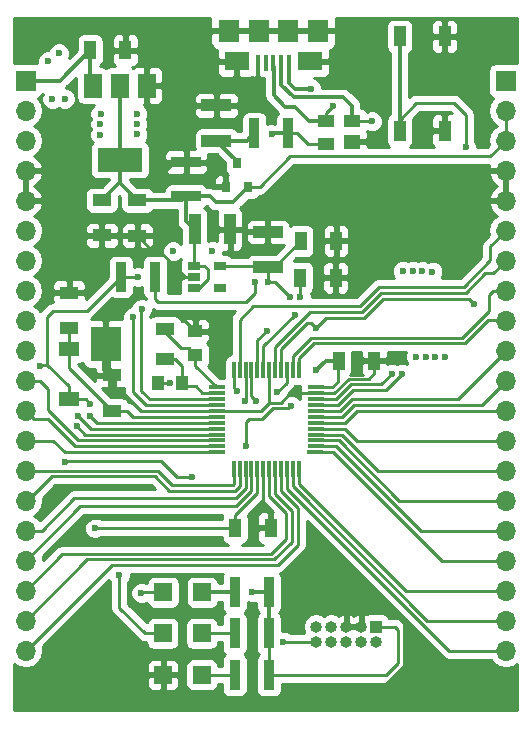
<source format=gbr>
G04 #@! TF.FileFunction,Copper,L1,Top,Signal*
%FSLAX46Y46*%
G04 Gerber Fmt 4.6, Leading zero omitted, Abs format (unit mm)*
G04 Created by KiCad (PCBNEW 4.0.7) date 01/19/19 15:04:45*
%MOMM*%
%LPD*%
G01*
G04 APERTURE LIST*
%ADD10C,0.100000*%
%ADD11R,1.450000X0.300000*%
%ADD12R,0.300000X1.450000*%
%ADD13R,1.000000X1.600000*%
%ADD14R,1.600000X1.000000*%
%ADD15R,3.800000X2.000000*%
%ADD16R,1.500000X2.000000*%
%ADD17R,2.500000X1.000000*%
%ADD18R,1.000000X2.500000*%
%ADD19R,1.000000X1.250000*%
%ADD20R,1.250000X1.000000*%
%ADD21R,1.500000X1.500000*%
%ADD22R,1.400000X1.200000*%
%ADD23R,1.400000X1.000000*%
%ADD24R,0.900000X2.500000*%
%ADD25R,1.700000X1.700000*%
%ADD26O,1.700000X1.700000*%
%ADD27R,1.000000X1.000000*%
%ADD28O,1.000000X1.000000*%
%ADD29R,1.700000X1.250000*%
%ADD30R,0.800000X0.900000*%
%ADD31R,2.500000X0.900000*%
%ADD32R,1.060000X0.650000*%
%ADD33R,1.000000X1.700000*%
%ADD34R,2.540000X3.000000*%
%ADD35R,1.800000X1.900000*%
%ADD36R,2.100000X1.600000*%
%ADD37R,0.400000X1.350000*%
%ADD38C,0.600000*%
%ADD39C,0.250000*%
%ADD40C,0.350000*%
%ADD41C,0.750000*%
%ADD42C,0.254000*%
G04 APERTURE END LIST*
D10*
D11*
X144847200Y-81959000D03*
X144847200Y-82459000D03*
X144847200Y-82959000D03*
X144847200Y-83459000D03*
X144847200Y-83959000D03*
X144847200Y-84459000D03*
X144847200Y-84959000D03*
X144847200Y-85459000D03*
X144847200Y-85959000D03*
X144847200Y-86959000D03*
X144847200Y-87459000D03*
D12*
X146297200Y-88909000D03*
X146797200Y-88909000D03*
X147297200Y-88909000D03*
X147797200Y-88909000D03*
X148297200Y-88909000D03*
X148797200Y-88909000D03*
X149297200Y-88909000D03*
X149797200Y-88909000D03*
X150297200Y-88909000D03*
X150797200Y-88909000D03*
X151297200Y-88909000D03*
X151797200Y-88909000D03*
D11*
X144847200Y-86459000D03*
X153217200Y-87459000D03*
X153247200Y-86959000D03*
X153247200Y-86459000D03*
X153247200Y-85959000D03*
X153247200Y-85459000D03*
X153247200Y-84959000D03*
X153247200Y-84459000D03*
X153247200Y-83959000D03*
X153247200Y-83459000D03*
X153247200Y-82459000D03*
X153247200Y-81959000D03*
X153247200Y-82959000D03*
D12*
X151797200Y-80509000D03*
X151297200Y-80509000D03*
X150797200Y-80509000D03*
X150297200Y-80509000D03*
X149797200Y-80509000D03*
X149297200Y-80509000D03*
X148797200Y-80509000D03*
X148297200Y-80509000D03*
X147797200Y-80509000D03*
X147297200Y-80509000D03*
X146797200Y-80509000D03*
X146297200Y-80509000D03*
D13*
X151936320Y-72679560D03*
X154936320Y-72679560D03*
D14*
X135133080Y-66104640D03*
X135133080Y-69104640D03*
D15*
X136652000Y-62707920D03*
D16*
X136652000Y-56407920D03*
X134352000Y-56407920D03*
X138952000Y-56407920D03*
D13*
X134136000Y-53421280D03*
X137136000Y-53421280D03*
D14*
X138150600Y-66135120D03*
X138150600Y-69135120D03*
D17*
X149184360Y-71802120D03*
X149184360Y-68802120D03*
D18*
X142990440Y-68595240D03*
X145990440Y-68595240D03*
D17*
X144840960Y-61096020D03*
X144840960Y-58096020D03*
D19*
X139916660Y-81600040D03*
X141916660Y-81600040D03*
D20*
X143050260Y-77216760D03*
X143050260Y-79216760D03*
D13*
X151966800Y-69570600D03*
X154966800Y-69570600D03*
X146419440Y-93863160D03*
X149419440Y-93863160D03*
D14*
X132359400Y-76953240D03*
X132359400Y-73953240D03*
X135971280Y-83923000D03*
X135971280Y-80923000D03*
D21*
X143595360Y-102793800D03*
X140295360Y-102793800D03*
X143625840Y-99303840D03*
X140325840Y-99303840D03*
X143613140Y-106311700D03*
X140313140Y-106311700D03*
D22*
X156296540Y-61166120D03*
D23*
X156296540Y-59446120D03*
X154096540Y-59446120D03*
X154096540Y-61346120D03*
D24*
X148031540Y-60464700D03*
X150931540Y-60464700D03*
D25*
X128680000Y-56000000D03*
D26*
X128680000Y-58540000D03*
X128680000Y-61080000D03*
X128680000Y-63620000D03*
X128680000Y-66160000D03*
X128680000Y-68700000D03*
X128680000Y-71240000D03*
X128680000Y-73780000D03*
X128680000Y-76320000D03*
X128680000Y-78860000D03*
X128680000Y-81400000D03*
X128680000Y-83940000D03*
X128680000Y-86480000D03*
X128680000Y-89020000D03*
X128680000Y-91560000D03*
X128680000Y-94100000D03*
X128680000Y-96640000D03*
X128680000Y-99180000D03*
X128680000Y-101720000D03*
X128680000Y-104260000D03*
D25*
X169320000Y-56000000D03*
D26*
X169320000Y-58540000D03*
X169320000Y-61080000D03*
X169320000Y-63620000D03*
X169320000Y-66160000D03*
X169320000Y-68700000D03*
X169320000Y-71240000D03*
X169320000Y-73780000D03*
X169320000Y-76320000D03*
X169320000Y-78860000D03*
X169320000Y-81400000D03*
X169320000Y-83940000D03*
X169320000Y-86480000D03*
X169320000Y-89020000D03*
X169320000Y-91560000D03*
X169320000Y-94100000D03*
X169320000Y-96640000D03*
X169320000Y-99180000D03*
X169320000Y-101720000D03*
X169320000Y-104260000D03*
D27*
X158353760Y-102229920D03*
D28*
X158353760Y-103499920D03*
X157083760Y-102229920D03*
X157083760Y-103499920D03*
X155813760Y-102229920D03*
X155813760Y-103499920D03*
X154543760Y-102229920D03*
X154543760Y-103499920D03*
X153273760Y-102229920D03*
X153273760Y-103499920D03*
D29*
X132359400Y-82970580D03*
X132359400Y-78710580D03*
D30*
X145628320Y-64974980D03*
X147528320Y-64974980D03*
X146578320Y-62974980D03*
D31*
X142265400Y-62893280D03*
X142265400Y-65793280D03*
D24*
X136738700Y-72618600D03*
X139638700Y-72618600D03*
X149278000Y-102798880D03*
X146378000Y-102798880D03*
X149283080Y-99308920D03*
X146383080Y-99308920D03*
X149280540Y-106311700D03*
X146380540Y-106311700D03*
D32*
X142933240Y-71668600D03*
X142933240Y-72618600D03*
X142933240Y-73568600D03*
X145133240Y-73568600D03*
X145133240Y-71668600D03*
D13*
X155197680Y-79720440D03*
X158197680Y-79720440D03*
D33*
X160347580Y-60243220D03*
X160347580Y-52243220D03*
X164147580Y-60243220D03*
X164147580Y-52243220D03*
D34*
X135471480Y-78303120D03*
D14*
X140471480Y-77003120D03*
X140471480Y-79603120D03*
D35*
X148464420Y-51785520D03*
X145864420Y-51785520D03*
X150864420Y-51785520D03*
X153464420Y-51785520D03*
D36*
X152764420Y-54335520D03*
X146564420Y-54335520D03*
D37*
X148364420Y-54460520D03*
X149014420Y-54460520D03*
X149664420Y-54460520D03*
X150314420Y-54460520D03*
X150964420Y-54460520D03*
D38*
X163367720Y-79390240D03*
X162278060Y-72143620D03*
X162549840Y-79405480D03*
X161450020Y-72143620D03*
X161726880Y-79400400D03*
X160599120Y-72130920D03*
X163111180Y-72171560D03*
X164211000Y-79375000D03*
X144452340Y-70444360D03*
X141150340Y-70431660D03*
X135011160Y-59674760D03*
X138140440Y-59674760D03*
X135021320Y-58821320D03*
X138145520Y-58821320D03*
X131495800Y-53695600D03*
X131983480Y-57525920D03*
X130954780Y-57536080D03*
X130611880Y-54371240D03*
X135016240Y-60558680D03*
X138135360Y-60553600D03*
X147843240Y-99308920D03*
X153306780Y-80490060D03*
X149184360Y-73058020D03*
X149108160Y-77160120D03*
X151043640Y-74279760D03*
X129895600Y-80126840D03*
X134531100Y-93840300D03*
X138196320Y-72633840D03*
X134119620Y-83337400D03*
X151950420Y-74307700D03*
X151455120Y-75841860D03*
X136626600Y-97873820D03*
X132029200Y-88252300D03*
X142750540Y-89555320D03*
X146598640Y-82245200D03*
X138440160Y-99385120D03*
X147302220Y-86959440D03*
X151124920Y-83527900D03*
X149997160Y-82392520D03*
X160553400Y-80807560D03*
X157998160Y-59448700D03*
X159669480Y-80802480D03*
X154680920Y-58150760D03*
X149504400Y-60538360D03*
X152847040Y-56667400D03*
X138508740Y-75323700D03*
X137764520Y-76032360D03*
X134157720Y-84373720D03*
X133106160Y-84353400D03*
X133027420Y-85257640D03*
X147294600Y-83157060D03*
X148224240Y-83134200D03*
X150505160Y-103510080D03*
X166603680Y-74904600D03*
X165963600Y-61607700D03*
X153276300Y-76923900D03*
X148087080Y-73075800D03*
X136093200Y-82468720D03*
X131160520Y-90937080D03*
X134127240Y-90479880D03*
X138181080Y-70622160D03*
X139971780Y-69745860D03*
X164180520Y-54406800D03*
X162351720Y-60213240D03*
X141274800Y-72656700D03*
X141640560Y-75857100D03*
X139857480Y-64305180D03*
X144465040Y-68828920D03*
X141142720Y-68849240D03*
X144978120Y-80205580D03*
X137891520Y-106273600D03*
X132207000Y-94983300D03*
X145061940Y-92971620D03*
X147924520Y-93863160D03*
X140914120Y-81633060D03*
D39*
X141150340Y-70421500D02*
X141150340Y-70431660D01*
X135021320Y-59669680D02*
X135016240Y-59669680D01*
X135016240Y-59669680D02*
X135011160Y-59674760D01*
X131978400Y-57525920D02*
X131983480Y-57525920D01*
X138135360Y-60548520D02*
X138135360Y-60553600D01*
D40*
X134136000Y-53421280D02*
X134136000Y-56191920D01*
X134136000Y-56191920D02*
X134352000Y-56407920D01*
X128680000Y-56000000D02*
X131557280Y-56000000D01*
X131557280Y-56000000D02*
X134136000Y-53421280D01*
X149283080Y-99308920D02*
X147843240Y-99308920D01*
X149278000Y-102798880D02*
X149278000Y-99314000D01*
X149278000Y-99314000D02*
X149283080Y-99308920D01*
X155197680Y-79720440D02*
X154076400Y-79720440D01*
X154076400Y-79720440D02*
X153306780Y-80490060D01*
D39*
X149184360Y-73058020D02*
X149821900Y-73058020D01*
X149184360Y-71802120D02*
X149184360Y-73058020D01*
X148297200Y-77971080D02*
X148297200Y-80509000D01*
X149108160Y-77160120D02*
X148297200Y-77971080D01*
X149821900Y-73058020D02*
X151043640Y-74279760D01*
X145127980Y-93863160D02*
X134553960Y-93863160D01*
X129989580Y-80032860D02*
X130530600Y-80032860D01*
X129895600Y-80126840D02*
X129989580Y-80032860D01*
X134553960Y-93863160D02*
X134531100Y-93840300D01*
X149280540Y-106311700D02*
X159169100Y-106311700D01*
X159918400Y-102229920D02*
X158353760Y-102229920D01*
X160182560Y-102494080D02*
X159918400Y-102229920D01*
X160182560Y-105298240D02*
X160182560Y-102494080D01*
X159169100Y-106311700D02*
X160182560Y-105298240D01*
X149278000Y-102798880D02*
X149278000Y-106309160D01*
X149278000Y-106309160D02*
X149280540Y-106311700D01*
X149379600Y-102697280D02*
X149278000Y-102798880D01*
X146419440Y-93863160D02*
X145127980Y-93863160D01*
X132359400Y-82970580D02*
X132359400Y-81861660D01*
X132359400Y-81861660D02*
X130530600Y-80032860D01*
X133873580Y-75483720D02*
X136738700Y-72618600D01*
X130530600Y-80032860D02*
X130530600Y-75986640D01*
X130530600Y-75986640D02*
X131033520Y-75483720D01*
X131033520Y-75483720D02*
X133873580Y-75483720D01*
X136738700Y-72618600D02*
X138181080Y-72618600D01*
X138181080Y-72618600D02*
X138196320Y-72633840D01*
X132359400Y-82970580D02*
X133752800Y-82970580D01*
X133752800Y-82970580D02*
X134119620Y-83337400D01*
X149184360Y-71802120D02*
X149735280Y-71802120D01*
X149735280Y-71802120D02*
X151966800Y-69570600D01*
X145133240Y-71668600D02*
X149050840Y-71668600D01*
X149050840Y-71668600D02*
X149184360Y-71802120D01*
X153247200Y-81959000D02*
X154657240Y-81959000D01*
X155127960Y-81488280D02*
X155127960Y-79790160D01*
X154657240Y-81959000D02*
X155127960Y-81488280D01*
X155127960Y-79790160D02*
X155197680Y-79720440D01*
X146419440Y-93863160D02*
X146419440Y-92792680D01*
X148297200Y-90914920D02*
X148297200Y-88909000D01*
X146419440Y-92792680D02*
X148297200Y-90914920D01*
X169320000Y-61080000D02*
X169320000Y-58540000D01*
X147528320Y-64974980D02*
X148499320Y-64974980D01*
X168030300Y-62369700D02*
X169320000Y-61080000D01*
X151104600Y-62369700D02*
X168030300Y-62369700D01*
X148499320Y-64974980D02*
X151104600Y-62369700D01*
X142933240Y-71668600D02*
X142933240Y-68652440D01*
X142933240Y-68652440D02*
X142990440Y-68595240D01*
X142933240Y-73568600D02*
X143342320Y-73568600D01*
X143342320Y-73568600D02*
X144089120Y-72821800D01*
X144089120Y-72821800D02*
X144089120Y-71937880D01*
X144089120Y-71937880D02*
X143819840Y-71668600D01*
X143819840Y-71668600D02*
X142933240Y-71668600D01*
D40*
X142265400Y-65793280D02*
X144304680Y-65793280D01*
X146242320Y-66260980D02*
X147528320Y-64974980D01*
X144772380Y-66260980D02*
X146242320Y-66260980D01*
X144304680Y-65793280D02*
X144772380Y-66260980D01*
X142265400Y-65793280D02*
X142265400Y-67870200D01*
X142265400Y-67870200D02*
X142990440Y-68595240D01*
X138150600Y-66135120D02*
X141923560Y-66135120D01*
X141923560Y-66135120D02*
X142265400Y-65793280D01*
X136652000Y-64585720D02*
X136652000Y-64636520D01*
X136652000Y-64636520D02*
X138150600Y-66135120D01*
X136652000Y-62707920D02*
X136652000Y-64585720D01*
X136652000Y-64585720D02*
X135133080Y-66104640D01*
X136652000Y-56407920D02*
X136652000Y-62707920D01*
X144840960Y-61096020D02*
X147400220Y-61096020D01*
X147400220Y-61096020D02*
X148031540Y-60464700D01*
X146578320Y-62974980D02*
X146578320Y-62833380D01*
X146578320Y-62833380D02*
X144840960Y-61096020D01*
D39*
X140471480Y-79603120D02*
X141325120Y-79603120D01*
X141916660Y-80194660D02*
X141916660Y-81600040D01*
X141325120Y-79603120D02*
X141916660Y-80194660D01*
X142209520Y-81307180D02*
X141916660Y-81600040D01*
X142206220Y-81889600D02*
X143080740Y-81889600D01*
X143080740Y-81889600D02*
X143650140Y-82459000D01*
X143650140Y-82459000D02*
X144847200Y-82459000D01*
X140471480Y-77003120D02*
X140471480Y-77255960D01*
X140471480Y-77255960D02*
X141869160Y-78653640D01*
X141869160Y-78653640D02*
X142487140Y-78653640D01*
X142487140Y-78653640D02*
X143050260Y-79216760D01*
X143050260Y-79216760D02*
X143050260Y-80162060D01*
X143050260Y-80162060D02*
X144847200Y-81959000D01*
X144314220Y-81959000D02*
X144847200Y-81959000D01*
X148797200Y-80509000D02*
X148797200Y-78499780D01*
X151936320Y-74293600D02*
X151936320Y-72679560D01*
X151950420Y-74307700D02*
X151936320Y-74293600D01*
X148797200Y-78499780D02*
X151455120Y-75841860D01*
X132359400Y-78710580D02*
X132359400Y-76953240D01*
X135971280Y-83923000D02*
X135959980Y-83923000D01*
X135959980Y-83923000D02*
X132359400Y-80322420D01*
X132359400Y-80322420D02*
X132359400Y-78710580D01*
X144847200Y-84459000D02*
X137781220Y-84459000D01*
X137245220Y-83923000D02*
X135971280Y-83923000D01*
X137781220Y-84459000D02*
X137245220Y-83923000D01*
X143595360Y-102793800D02*
X146372920Y-102793800D01*
X146372920Y-102793800D02*
X146378000Y-102798880D01*
X140141960Y-88239600D02*
X132041900Y-88239600D01*
X138808460Y-102793800D02*
X136626600Y-100611940D01*
X136626600Y-100611940D02*
X136626600Y-97873820D01*
X140141960Y-88239600D02*
X141457680Y-89555320D01*
X141457680Y-89555320D02*
X142750540Y-89555320D01*
X146598640Y-82245200D02*
X146297200Y-81943760D01*
X146297200Y-80509000D02*
X146297200Y-81943760D01*
X138808460Y-102793800D02*
X140295360Y-102793800D01*
X132041900Y-88239600D02*
X132029200Y-88252300D01*
D40*
X143625840Y-99303840D02*
X146378000Y-99303840D01*
X146378000Y-99303840D02*
X146383080Y-99308920D01*
D39*
X150797200Y-80509000D02*
X150797200Y-81592480D01*
X138521440Y-99303840D02*
X140325840Y-99303840D01*
X138440160Y-99385120D02*
X138521440Y-99303840D01*
X147302220Y-84924900D02*
X147302220Y-86959440D01*
X147566380Y-84660740D02*
X147302220Y-84924900D01*
X148666200Y-84660740D02*
X147566380Y-84660740D01*
X149595840Y-83731100D02*
X148666200Y-84660740D01*
X150921720Y-83731100D02*
X149595840Y-83731100D01*
X151124920Y-83527900D02*
X150921720Y-83731100D01*
X150797200Y-81592480D02*
X149997160Y-82392520D01*
X143613140Y-106311700D02*
X146380540Y-106311700D01*
X150314420Y-54460520D02*
X150314420Y-55016780D01*
X150314420Y-55016780D02*
X150322040Y-55024400D01*
X150322040Y-55024400D02*
X150314420Y-54460520D01*
X156296540Y-59446120D02*
X157995580Y-59446120D01*
X155142122Y-83459000D02*
X153247200Y-83459000D01*
X156406722Y-82194400D02*
X155142122Y-83459000D01*
X159166560Y-82194400D02*
X156406722Y-82194400D01*
X160553400Y-80807560D02*
X159166560Y-82194400D01*
X157995580Y-59446120D02*
X157998160Y-59448700D01*
D40*
X150322040Y-55024400D02*
X150322040Y-56362360D01*
X156296540Y-58110300D02*
X156296540Y-59446120D01*
X155590240Y-57404000D02*
X156296540Y-58110300D01*
X151363680Y-57404000D02*
X155590240Y-57404000D01*
X150322040Y-56362360D02*
X151363680Y-57404000D01*
D39*
X149664420Y-54460520D02*
X149664420Y-55016780D01*
X149664420Y-55016780D02*
X149672040Y-55024400D01*
X149672040Y-55024400D02*
X149664420Y-54460520D01*
X154096540Y-59446120D02*
X154096540Y-58735140D01*
X154993280Y-82959000D02*
X153247200Y-82959000D01*
X156263340Y-81688940D02*
X154993280Y-82959000D01*
X158783020Y-81688940D02*
X156263340Y-81688940D01*
X159669480Y-80802480D02*
X158783020Y-81688940D01*
X154096540Y-58735140D02*
X154680920Y-58150760D01*
D40*
X149672040Y-55024400D02*
X149672040Y-57210960D01*
X152699680Y-59446120D02*
X154096540Y-59446120D01*
X151455120Y-58201560D02*
X152699680Y-59446120D01*
X150662640Y-58201560D02*
X151455120Y-58201560D01*
X149672040Y-57210960D02*
X150662640Y-58201560D01*
D39*
X150964420Y-54460520D02*
X150964420Y-55016780D01*
X150964420Y-55016780D02*
X150972040Y-55024400D01*
X150972040Y-55024400D02*
X150964420Y-54460520D01*
D40*
X150972040Y-55024400D02*
X150972040Y-56184320D01*
X149578060Y-60464700D02*
X150931540Y-60464700D01*
X149504400Y-60538360D02*
X149578060Y-60464700D01*
X151455120Y-56667400D02*
X152847040Y-56667400D01*
X150972040Y-56184320D02*
X151455120Y-56667400D01*
D39*
X150931540Y-60464700D02*
X151696420Y-60464700D01*
X152577840Y-61346120D02*
X154096540Y-61346120D01*
X151696420Y-60464700D02*
X152577840Y-61346120D01*
X144847200Y-82959000D02*
X139174280Y-82959000D01*
X138480800Y-75351640D02*
X138508740Y-75323700D01*
X138480800Y-82265520D02*
X138480800Y-75351640D01*
X139174280Y-82959000D02*
X138480800Y-82265520D01*
X144847200Y-83459000D02*
X138886880Y-83459000D01*
X137764520Y-82336640D02*
X137764520Y-76032360D01*
X138886880Y-83459000D02*
X137764520Y-82336640D01*
X144847200Y-84959000D02*
X134743000Y-84959000D01*
X134743000Y-84959000D02*
X134157720Y-84373720D01*
X144847200Y-85459000D02*
X134211760Y-85459000D01*
X134211760Y-85459000D02*
X133106160Y-84353400D01*
X144847200Y-85959000D02*
X133728780Y-85959000D01*
X133728780Y-85959000D02*
X133027420Y-85257640D01*
X144847200Y-86459000D02*
X133146740Y-86459000D01*
X129919080Y-81400000D02*
X128680000Y-81400000D01*
X130589020Y-82069940D02*
X129919080Y-81400000D01*
X130589020Y-83901280D02*
X130589020Y-82069940D01*
X133146740Y-86459000D02*
X130589020Y-83901280D01*
X144847200Y-86959000D02*
X132828860Y-86959000D01*
X129413440Y-84673440D02*
X128680000Y-83940000D01*
X130543300Y-84673440D02*
X129413440Y-84673440D01*
X132828860Y-86959000D02*
X130543300Y-84673440D01*
X144847200Y-87459000D02*
X131980120Y-87459000D01*
X131001120Y-86480000D02*
X128680000Y-86480000D01*
X131980120Y-87459000D02*
X131001120Y-86480000D01*
X146297200Y-88909000D02*
X146297200Y-90181880D01*
X139875880Y-89020000D02*
X128680000Y-89020000D01*
X141076680Y-90220800D02*
X139875880Y-89020000D01*
X146258280Y-90220800D02*
X141076680Y-90220800D01*
X146297200Y-90181880D02*
X146258280Y-90220800D01*
X128680000Y-91560000D02*
X128825640Y-91560000D01*
X128825640Y-91560000D02*
X130891280Y-89494360D01*
X130891280Y-89494360D02*
X139639040Y-89494360D01*
X139639040Y-89494360D02*
X140860780Y-90716100D01*
X140860780Y-90716100D02*
X146410680Y-90716100D01*
X146410680Y-90716100D02*
X146806920Y-90319860D01*
X146806920Y-90319860D02*
X146806920Y-88918720D01*
X146806920Y-88918720D02*
X146797200Y-88909000D01*
X147297200Y-88909000D02*
X147297200Y-90500140D01*
X130027060Y-94100000D02*
X128680000Y-94100000D01*
X132801360Y-91325700D02*
X130027060Y-94100000D01*
X146471640Y-91325700D02*
X132801360Y-91325700D01*
X147297200Y-90500140D02*
X146471640Y-91325700D01*
X147797200Y-88909000D02*
X147797200Y-90736740D01*
X133295800Y-92024200D02*
X128680000Y-96640000D01*
X146509740Y-92024200D02*
X133295800Y-92024200D01*
X147797200Y-90736740D02*
X146509740Y-92024200D01*
X149297200Y-88909000D02*
X149297200Y-91156600D01*
X131802280Y-96057720D02*
X128680000Y-99180000D01*
X149489160Y-96057720D02*
X131802280Y-96057720D01*
X150746460Y-94800420D02*
X149489160Y-96057720D01*
X150746460Y-92605860D02*
X150746460Y-94800420D01*
X149297200Y-91156600D02*
X150746460Y-92605860D01*
X149797200Y-88909000D02*
X149797200Y-90988580D01*
X133869840Y-96530160D02*
X128680000Y-101720000D01*
X149733000Y-96530160D02*
X133869840Y-96530160D01*
X151223980Y-95039180D02*
X149733000Y-96530160D01*
X151223980Y-92415360D02*
X151223980Y-95039180D01*
X149797200Y-90988580D02*
X151223980Y-92415360D01*
X150297200Y-88909000D02*
X150297200Y-90769760D01*
X135955180Y-96984820D02*
X128680000Y-104260000D01*
X150042880Y-96984820D02*
X135955180Y-96984820D01*
X151734520Y-95293180D02*
X150042880Y-96984820D01*
X151734520Y-92207080D02*
X151734520Y-95293180D01*
X150297200Y-90769760D02*
X151734520Y-92207080D01*
X146797200Y-80509000D02*
X146797200Y-76235120D01*
X168021000Y-69999000D02*
X169320000Y-68700000D01*
X168021000Y-71201280D02*
X168021000Y-69999000D01*
X165773100Y-73449180D02*
X168021000Y-71201280D01*
X158602680Y-73449180D02*
X165773100Y-73449180D01*
X156979620Y-75072240D02*
X158602680Y-73449180D01*
X147960080Y-75072240D02*
X156979620Y-75072240D01*
X146797200Y-76235120D02*
X147960080Y-75072240D01*
X149797200Y-80509000D02*
X149797200Y-78543720D01*
X168241120Y-72318880D02*
X169320000Y-71240000D01*
X167579040Y-72318880D02*
X168241120Y-72318880D01*
X165933120Y-73964800D02*
X167579040Y-72318880D01*
X158750000Y-73964800D02*
X165933120Y-73964800D01*
X157154880Y-75559920D02*
X158750000Y-73964800D01*
X152781000Y-75559920D02*
X157154880Y-75559920D01*
X149797200Y-78543720D02*
X152781000Y-75559920D01*
X151297200Y-80509000D02*
X151297200Y-79322100D01*
X168292160Y-73780000D02*
X169320000Y-73780000D01*
X167937180Y-74134980D02*
X168292160Y-73780000D01*
X167937180Y-75455780D02*
X167937180Y-74134980D01*
X165646100Y-77746860D02*
X167937180Y-75455780D01*
X152872440Y-77746860D02*
X165646100Y-77746860D01*
X151297200Y-79322100D02*
X152872440Y-77746860D01*
X151797200Y-80509000D02*
X151797200Y-79500280D01*
X167807640Y-76291440D02*
X169291440Y-76291440D01*
X165887400Y-78211680D02*
X167807640Y-76291440D01*
X153085800Y-78211680D02*
X165887400Y-78211680D01*
X151797200Y-79500280D02*
X153085800Y-78211680D01*
X169291440Y-76291440D02*
X169320000Y-76320000D01*
X153247200Y-83959000D02*
X155278520Y-83959000D01*
X165251540Y-82928460D02*
X169320000Y-78860000D01*
X156309060Y-82928460D02*
X165251540Y-82928460D01*
X155278520Y-83959000D02*
X156309060Y-82928460D01*
X153247200Y-84459000D02*
X155479560Y-84459000D01*
X167288620Y-83431380D02*
X169320000Y-81400000D01*
X156507180Y-83431380D02*
X167288620Y-83431380D01*
X155479560Y-84459000D02*
X156507180Y-83431380D01*
X153247200Y-84959000D02*
X155695840Y-84959000D01*
X156714840Y-83940000D02*
X169320000Y-83940000D01*
X155695840Y-84959000D02*
X156714840Y-83940000D01*
X153247200Y-85459000D02*
X155700160Y-85459000D01*
X156721160Y-86480000D02*
X169320000Y-86480000D01*
X155700160Y-85459000D02*
X156721160Y-86480000D01*
X153247200Y-85959000D02*
X155445780Y-85959000D01*
X158506780Y-89020000D02*
X169320000Y-89020000D01*
X155445780Y-85959000D02*
X158506780Y-89020000D01*
X153247200Y-86459000D02*
X155209180Y-86459000D01*
X160310180Y-91560000D02*
X169320000Y-91560000D01*
X155209180Y-86459000D02*
X160310180Y-91560000D01*
X153247200Y-86959000D02*
X154985280Y-86959000D01*
X162126280Y-94100000D02*
X169320000Y-94100000D01*
X154985280Y-86959000D02*
X162126280Y-94100000D01*
X153217200Y-87459000D02*
X154743600Y-87459000D01*
X163924600Y-96640000D02*
X169320000Y-96640000D01*
X154743600Y-87459000D02*
X163924600Y-96640000D01*
X151797200Y-88909000D02*
X151797200Y-90105680D01*
X160871520Y-99180000D02*
X169320000Y-99180000D01*
X151797200Y-90105680D02*
X160871520Y-99180000D01*
X151297200Y-88909000D02*
X151297200Y-90314340D01*
X162702860Y-101720000D02*
X169320000Y-101720000D01*
X151297200Y-90314340D02*
X162702860Y-101720000D01*
X150797200Y-88909000D02*
X150797200Y-90538240D01*
X164518960Y-104260000D02*
X169320000Y-104260000D01*
X150797200Y-90538240D02*
X164518960Y-104260000D01*
X147297200Y-80509000D02*
X147297200Y-83154460D01*
X147297200Y-83154460D02*
X147294600Y-83157060D01*
X147797200Y-82707160D02*
X148224240Y-83134200D01*
X147797200Y-82707160D02*
X147797200Y-80509000D01*
X150515320Y-103499920D02*
X153273760Y-103499920D01*
X150505160Y-103510080D02*
X150515320Y-103499920D01*
X160347580Y-60243220D02*
X160347580Y-59288760D01*
X154124660Y-76075540D02*
X153276300Y-76923900D01*
X157337760Y-76075540D02*
X154124660Y-76075540D01*
X158925260Y-74488040D02*
X157337760Y-76075540D01*
X166187120Y-74488040D02*
X158925260Y-74488040D01*
X166603680Y-74904600D02*
X166187120Y-74488040D01*
X165963600Y-58869580D02*
X165963600Y-61607700D01*
X164957760Y-57863740D02*
X165963600Y-58869580D01*
X161772600Y-57863740D02*
X164957760Y-57863740D01*
X160347580Y-59288760D02*
X161772600Y-57863740D01*
D40*
X160347580Y-52243220D02*
X160347580Y-60243220D01*
D39*
X139638700Y-72618600D02*
X139638700Y-74472460D01*
X148087080Y-73990200D02*
X148087080Y-73075800D01*
X147320000Y-74757280D02*
X148087080Y-73990200D01*
X139923520Y-74757280D02*
X147320000Y-74757280D01*
X139638700Y-74472460D02*
X139923520Y-74757280D01*
X153276300Y-76923900D02*
X152876250Y-76523850D01*
X150297200Y-78729520D02*
X152502870Y-76523850D01*
X150297200Y-80509000D02*
X150297200Y-78729520D01*
X152876250Y-76523850D02*
X152502870Y-76523850D01*
X148364420Y-54460520D02*
X148364420Y-55016780D01*
X148364420Y-55016780D02*
X148372040Y-55024400D01*
X148372040Y-55024400D02*
X148364420Y-54460520D01*
D40*
X148372040Y-55024400D02*
X148372040Y-56407840D01*
X148372040Y-56407840D02*
X148351240Y-56428640D01*
D39*
X144847200Y-83959000D02*
X138411520Y-83959000D01*
X136098280Y-82463640D02*
X136093200Y-82468720D01*
X136916160Y-82463640D02*
X136098280Y-82463640D01*
X138411520Y-83959000D02*
X136916160Y-82463640D01*
D41*
X135971280Y-80923000D02*
X135971280Y-82346800D01*
X135971280Y-82346800D02*
X136093200Y-82468720D01*
X135471480Y-78303120D02*
X135471480Y-80423200D01*
X135471480Y-80423200D02*
X135971280Y-80923000D01*
D40*
X134127240Y-90479880D02*
X134127240Y-90464640D01*
D39*
X139971780Y-69745860D02*
X139964160Y-69745860D01*
X164147580Y-60243220D02*
X162381700Y-60243220D01*
X164147580Y-54373860D02*
X164147580Y-52243220D01*
X164180520Y-54406800D02*
X164147580Y-54373860D01*
X162381700Y-60243220D02*
X162351720Y-60213240D01*
X143050260Y-77216760D02*
X143000220Y-77216760D01*
X143000220Y-77216760D02*
X141640560Y-75857100D01*
X141312900Y-72618600D02*
X142933240Y-72618600D01*
X141274800Y-72656700D02*
X141312900Y-72618600D01*
D40*
X139857480Y-64305180D02*
X141269380Y-62893280D01*
X141269380Y-62893280D02*
X142265400Y-62893280D01*
X138150600Y-69135120D02*
X140856840Y-69135120D01*
X144698720Y-68595240D02*
X145990440Y-68595240D01*
X144465040Y-68828920D02*
X144698720Y-68595240D01*
X140856840Y-69135120D02*
X141142720Y-68849240D01*
D39*
X135133080Y-69104640D02*
X138120120Y-69104640D01*
X138120120Y-69104640D02*
X138150600Y-69135120D01*
X142933240Y-72618600D02*
X142214600Y-72618600D01*
X139383640Y-70368160D02*
X138150600Y-69135120D01*
X139964160Y-70368160D02*
X139383640Y-70368160D01*
X142214600Y-72618600D02*
X139964160Y-70368160D01*
X143050260Y-77216760D02*
X144806160Y-77216760D01*
X144806160Y-77216760D02*
X144978120Y-77388720D01*
X144978120Y-77388720D02*
X144978120Y-80205580D01*
X149297200Y-83256120D02*
X150261320Y-83256120D01*
X151058440Y-82459000D02*
X153247200Y-82459000D01*
X150261320Y-83256120D02*
X151058440Y-82459000D01*
X144847200Y-83959000D02*
X148608480Y-83959000D01*
X149297200Y-83270280D02*
X149297200Y-83256120D01*
X149297200Y-83256120D02*
X149297200Y-80509000D01*
X148608480Y-83959000D02*
X149297200Y-83270280D01*
X149419440Y-93863160D02*
X147924520Y-93863160D01*
X137929620Y-106311700D02*
X140313140Y-106311700D01*
X137891520Y-106273600D02*
X137929620Y-106311700D01*
X134180580Y-93009720D02*
X132207000Y-94983300D01*
X145023840Y-93009720D02*
X134180580Y-93009720D01*
X145061940Y-92971620D02*
X145023840Y-93009720D01*
X157083760Y-102229920D02*
X155813760Y-102229920D01*
X140313140Y-106311700D02*
X140313140Y-107623340D01*
X140313140Y-107623340D02*
X141084300Y-108394500D01*
X141084300Y-108394500D02*
X157868620Y-108394500D01*
X157868620Y-108394500D02*
X160718500Y-105544620D01*
X160718500Y-105544620D02*
X160718500Y-101602540D01*
X160718500Y-101602540D02*
X159578040Y-100462080D01*
X159578040Y-100462080D02*
X157535880Y-100462080D01*
X157535880Y-100462080D02*
X157083760Y-100914200D01*
X157083760Y-100914200D02*
X157083760Y-102229920D01*
X139916660Y-81600040D02*
X140881100Y-81600040D01*
X140881100Y-81600040D02*
X140914120Y-81633060D01*
X153247200Y-82459000D02*
X154812560Y-82459000D01*
X154812560Y-82459000D02*
X156057600Y-81213960D01*
X156057600Y-81213960D02*
X157756860Y-81213960D01*
X157756860Y-81213960D02*
X158197680Y-80773140D01*
X158197680Y-80773140D02*
X158197680Y-79720440D01*
X149419440Y-93863160D02*
X149419440Y-92360880D01*
X148797200Y-91738640D02*
X148797200Y-88909000D01*
X149419440Y-92360880D02*
X148797200Y-91738640D01*
D42*
G36*
X163981559Y-104797401D02*
X164228121Y-104962148D01*
X164518960Y-105020000D01*
X168047046Y-105020000D01*
X168240853Y-105310054D01*
X168722622Y-105631961D01*
X169290907Y-105745000D01*
X169349093Y-105745000D01*
X169917378Y-105631961D01*
X170290000Y-105382984D01*
X170290000Y-109290000D01*
X127710000Y-109290000D01*
X127710000Y-106597450D01*
X138928140Y-106597450D01*
X138928140Y-107188010D01*
X139024813Y-107421399D01*
X139203442Y-107600027D01*
X139436831Y-107696700D01*
X140027390Y-107696700D01*
X140186140Y-107537950D01*
X140186140Y-106438700D01*
X140440140Y-106438700D01*
X140440140Y-107537950D01*
X140598890Y-107696700D01*
X141189449Y-107696700D01*
X141422838Y-107600027D01*
X141601467Y-107421399D01*
X141698140Y-107188010D01*
X141698140Y-106597450D01*
X141539390Y-106438700D01*
X140440140Y-106438700D01*
X140186140Y-106438700D01*
X139086890Y-106438700D01*
X138928140Y-106597450D01*
X127710000Y-106597450D01*
X127710000Y-105382984D01*
X128082622Y-105631961D01*
X128650907Y-105745000D01*
X128709093Y-105745000D01*
X129277378Y-105631961D01*
X129571567Y-105435390D01*
X138928140Y-105435390D01*
X138928140Y-106025950D01*
X139086890Y-106184700D01*
X140186140Y-106184700D01*
X140186140Y-105085450D01*
X140440140Y-105085450D01*
X140440140Y-106184700D01*
X141539390Y-106184700D01*
X141698140Y-106025950D01*
X141698140Y-105435390D01*
X141601467Y-105202001D01*
X141422838Y-105023373D01*
X141189449Y-104926700D01*
X140598890Y-104926700D01*
X140440140Y-105085450D01*
X140186140Y-105085450D01*
X140027390Y-104926700D01*
X139436831Y-104926700D01*
X139203442Y-105023373D01*
X139024813Y-105202001D01*
X138928140Y-105435390D01*
X129571567Y-105435390D01*
X129759147Y-105310054D01*
X130081054Y-104828285D01*
X130194093Y-104260000D01*
X130121210Y-103893592D01*
X135768737Y-98246065D01*
X135833483Y-98402763D01*
X135866600Y-98435938D01*
X135866600Y-100611940D01*
X135924452Y-100902779D01*
X136089199Y-101149341D01*
X138271059Y-103331201D01*
X138517621Y-103495948D01*
X138808460Y-103553800D01*
X138899802Y-103553800D01*
X138942198Y-103779117D01*
X139081270Y-103995241D01*
X139293470Y-104140231D01*
X139545360Y-104191240D01*
X141045360Y-104191240D01*
X141280677Y-104146962D01*
X141496801Y-104007890D01*
X141641791Y-103795690D01*
X141692800Y-103543800D01*
X141692800Y-102043800D01*
X141648522Y-101808483D01*
X141509450Y-101592359D01*
X141297250Y-101447369D01*
X141045360Y-101396360D01*
X139545360Y-101396360D01*
X139310043Y-101440638D01*
X139093919Y-101579710D01*
X138948929Y-101791910D01*
X138937552Y-101848090D01*
X137386600Y-100297138D01*
X137386600Y-99570287D01*
X137504998Y-99570287D01*
X137647043Y-99914063D01*
X137909833Y-100177312D01*
X138253361Y-100319958D01*
X138625327Y-100320282D01*
X138953055Y-100184868D01*
X138972678Y-100289157D01*
X139111750Y-100505281D01*
X139323950Y-100650271D01*
X139575840Y-100701280D01*
X141075840Y-100701280D01*
X141311157Y-100657002D01*
X141527281Y-100517930D01*
X141672271Y-100305730D01*
X141723280Y-100053840D01*
X141723280Y-98553840D01*
X141679002Y-98318523D01*
X141539930Y-98102399D01*
X141327730Y-97957409D01*
X141075840Y-97906400D01*
X139575840Y-97906400D01*
X139340523Y-97950678D01*
X139124399Y-98089750D01*
X138979409Y-98301950D01*
X138930425Y-98543840D01*
X138852271Y-98543840D01*
X138626959Y-98450282D01*
X138254993Y-98449958D01*
X137911217Y-98592003D01*
X137647968Y-98854793D01*
X137505322Y-99198321D01*
X137504998Y-99570287D01*
X137386600Y-99570287D01*
X137386600Y-98436283D01*
X137418792Y-98404147D01*
X137561438Y-98060619D01*
X137561713Y-97744820D01*
X145379155Y-97744820D01*
X145336649Y-97807030D01*
X145285640Y-98058920D01*
X145285640Y-98493840D01*
X145011990Y-98493840D01*
X144979002Y-98318523D01*
X144839930Y-98102399D01*
X144627730Y-97957409D01*
X144375840Y-97906400D01*
X142875840Y-97906400D01*
X142640523Y-97950678D01*
X142424399Y-98089750D01*
X142279409Y-98301950D01*
X142228400Y-98553840D01*
X142228400Y-100053840D01*
X142272678Y-100289157D01*
X142411750Y-100505281D01*
X142623950Y-100650271D01*
X142875840Y-100701280D01*
X144375840Y-100701280D01*
X144611157Y-100657002D01*
X144827281Y-100517930D01*
X144972271Y-100305730D01*
X145011130Y-100113840D01*
X145285640Y-100113840D01*
X145285640Y-100558920D01*
X145329918Y-100794237D01*
X145468990Y-101010361D01*
X145528760Y-101051200D01*
X145476559Y-101084790D01*
X145331569Y-101296990D01*
X145280560Y-101548880D01*
X145280560Y-102033800D01*
X144990918Y-102033800D01*
X144948522Y-101808483D01*
X144809450Y-101592359D01*
X144597250Y-101447369D01*
X144345360Y-101396360D01*
X142845360Y-101396360D01*
X142610043Y-101440638D01*
X142393919Y-101579710D01*
X142248929Y-101791910D01*
X142197920Y-102043800D01*
X142197920Y-103543800D01*
X142242198Y-103779117D01*
X142381270Y-103995241D01*
X142593470Y-104140231D01*
X142845360Y-104191240D01*
X144345360Y-104191240D01*
X144580677Y-104146962D01*
X144796801Y-104007890D01*
X144941791Y-103795690D01*
X144990775Y-103553800D01*
X145280560Y-103553800D01*
X145280560Y-104048880D01*
X145324838Y-104284197D01*
X145463910Y-104500321D01*
X145544605Y-104555458D01*
X145479099Y-104597610D01*
X145334109Y-104809810D01*
X145283100Y-105061700D01*
X145283100Y-105551700D01*
X145008698Y-105551700D01*
X144966302Y-105326383D01*
X144827230Y-105110259D01*
X144615030Y-104965269D01*
X144363140Y-104914260D01*
X142863140Y-104914260D01*
X142627823Y-104958538D01*
X142411699Y-105097610D01*
X142266709Y-105309810D01*
X142215700Y-105561700D01*
X142215700Y-107061700D01*
X142259978Y-107297017D01*
X142399050Y-107513141D01*
X142611250Y-107658131D01*
X142863140Y-107709140D01*
X144363140Y-107709140D01*
X144598457Y-107664862D01*
X144814581Y-107525790D01*
X144959571Y-107313590D01*
X145008555Y-107071700D01*
X145283100Y-107071700D01*
X145283100Y-107561700D01*
X145327378Y-107797017D01*
X145466450Y-108013141D01*
X145678650Y-108158131D01*
X145930540Y-108209140D01*
X146830540Y-108209140D01*
X147065857Y-108164862D01*
X147281981Y-108025790D01*
X147426971Y-107813590D01*
X147477980Y-107561700D01*
X147477980Y-105061700D01*
X147433702Y-104826383D01*
X147294630Y-104610259D01*
X147213935Y-104555122D01*
X147279441Y-104512970D01*
X147424431Y-104300770D01*
X147475440Y-104048880D01*
X147475440Y-101548880D01*
X147431162Y-101313563D01*
X147292090Y-101097439D01*
X147232320Y-101056600D01*
X147284521Y-101023010D01*
X147429511Y-100810810D01*
X147480520Y-100558920D01*
X147480520Y-100170709D01*
X147656441Y-100243758D01*
X148028407Y-100244082D01*
X148185640Y-100179115D01*
X148185640Y-100558920D01*
X148229918Y-100794237D01*
X148368990Y-101010361D01*
X148428760Y-101051200D01*
X148376559Y-101084790D01*
X148231569Y-101296990D01*
X148180560Y-101548880D01*
X148180560Y-104048880D01*
X148224838Y-104284197D01*
X148363910Y-104500321D01*
X148444605Y-104555458D01*
X148379099Y-104597610D01*
X148234109Y-104809810D01*
X148183100Y-105061700D01*
X148183100Y-107561700D01*
X148227378Y-107797017D01*
X148366450Y-108013141D01*
X148578650Y-108158131D01*
X148830540Y-108209140D01*
X149730540Y-108209140D01*
X149965857Y-108164862D01*
X150181981Y-108025790D01*
X150326971Y-107813590D01*
X150377980Y-107561700D01*
X150377980Y-107071700D01*
X159169100Y-107071700D01*
X159459939Y-107013848D01*
X159706501Y-106849101D01*
X160719961Y-105835641D01*
X160884708Y-105589079D01*
X160942560Y-105298240D01*
X160942560Y-102494080D01*
X160884708Y-102203241D01*
X160719961Y-101956679D01*
X160455801Y-101692519D01*
X160209239Y-101527772D01*
X159918400Y-101469920D01*
X159441039Y-101469920D01*
X159317850Y-101278479D01*
X159105650Y-101133489D01*
X158853760Y-101082480D01*
X157853760Y-101082480D01*
X157618443Y-101126758D01*
X157518728Y-101190923D01*
X157385634Y-101135801D01*
X157210760Y-101261966D01*
X157210760Y-101707995D01*
X157206320Y-101729920D01*
X157206320Y-102367063D01*
X157083760Y-102342684D01*
X156956760Y-102367946D01*
X156956760Y-102356920D01*
X155940760Y-102356920D01*
X155940760Y-102367946D01*
X155813760Y-102342684D01*
X155686760Y-102367946D01*
X155686760Y-102356920D01*
X155666760Y-102356920D01*
X155666760Y-102312484D01*
X155678760Y-102252156D01*
X155678760Y-102207684D01*
X155666760Y-102147356D01*
X155666760Y-102102920D01*
X155686760Y-102102920D01*
X155686760Y-101261966D01*
X155940760Y-101261966D01*
X155940760Y-102102920D01*
X156956760Y-102102920D01*
X156956760Y-101261966D01*
X156781886Y-101135801D01*
X156523551Y-101242793D01*
X156448760Y-101307409D01*
X156373969Y-101242793D01*
X156115634Y-101135801D01*
X155940760Y-101261966D01*
X155686760Y-101261966D01*
X155511886Y-101135801D01*
X155253551Y-101242793D01*
X155188064Y-101299371D01*
X154978106Y-101159081D01*
X154543760Y-101072684D01*
X154109414Y-101159081D01*
X153908760Y-101293154D01*
X153708106Y-101159081D01*
X153273760Y-101072684D01*
X152839414Y-101159081D01*
X152471194Y-101405118D01*
X152225157Y-101773338D01*
X152138760Y-102207684D01*
X152138760Y-102252156D01*
X152225157Y-102686502D01*
X152260850Y-102739920D01*
X151057481Y-102739920D01*
X151035487Y-102717888D01*
X150691959Y-102575242D01*
X150375440Y-102574966D01*
X150375440Y-101548880D01*
X150331162Y-101313563D01*
X150192090Y-101097439D01*
X150132320Y-101056600D01*
X150184521Y-101023010D01*
X150329511Y-100810810D01*
X150380520Y-100558920D01*
X150380520Y-98058920D01*
X150336242Y-97823603D01*
X150258010Y-97702028D01*
X150333719Y-97686968D01*
X150580281Y-97522221D01*
X152271921Y-95830581D01*
X152436668Y-95584020D01*
X152494520Y-95293180D01*
X152494520Y-93310362D01*
X163981559Y-104797401D01*
X163981559Y-104797401D01*
G37*
X163981559Y-104797401D02*
X164228121Y-104962148D01*
X164518960Y-105020000D01*
X168047046Y-105020000D01*
X168240853Y-105310054D01*
X168722622Y-105631961D01*
X169290907Y-105745000D01*
X169349093Y-105745000D01*
X169917378Y-105631961D01*
X170290000Y-105382984D01*
X170290000Y-109290000D01*
X127710000Y-109290000D01*
X127710000Y-106597450D01*
X138928140Y-106597450D01*
X138928140Y-107188010D01*
X139024813Y-107421399D01*
X139203442Y-107600027D01*
X139436831Y-107696700D01*
X140027390Y-107696700D01*
X140186140Y-107537950D01*
X140186140Y-106438700D01*
X140440140Y-106438700D01*
X140440140Y-107537950D01*
X140598890Y-107696700D01*
X141189449Y-107696700D01*
X141422838Y-107600027D01*
X141601467Y-107421399D01*
X141698140Y-107188010D01*
X141698140Y-106597450D01*
X141539390Y-106438700D01*
X140440140Y-106438700D01*
X140186140Y-106438700D01*
X139086890Y-106438700D01*
X138928140Y-106597450D01*
X127710000Y-106597450D01*
X127710000Y-105382984D01*
X128082622Y-105631961D01*
X128650907Y-105745000D01*
X128709093Y-105745000D01*
X129277378Y-105631961D01*
X129571567Y-105435390D01*
X138928140Y-105435390D01*
X138928140Y-106025950D01*
X139086890Y-106184700D01*
X140186140Y-106184700D01*
X140186140Y-105085450D01*
X140440140Y-105085450D01*
X140440140Y-106184700D01*
X141539390Y-106184700D01*
X141698140Y-106025950D01*
X141698140Y-105435390D01*
X141601467Y-105202001D01*
X141422838Y-105023373D01*
X141189449Y-104926700D01*
X140598890Y-104926700D01*
X140440140Y-105085450D01*
X140186140Y-105085450D01*
X140027390Y-104926700D01*
X139436831Y-104926700D01*
X139203442Y-105023373D01*
X139024813Y-105202001D01*
X138928140Y-105435390D01*
X129571567Y-105435390D01*
X129759147Y-105310054D01*
X130081054Y-104828285D01*
X130194093Y-104260000D01*
X130121210Y-103893592D01*
X135768737Y-98246065D01*
X135833483Y-98402763D01*
X135866600Y-98435938D01*
X135866600Y-100611940D01*
X135924452Y-100902779D01*
X136089199Y-101149341D01*
X138271059Y-103331201D01*
X138517621Y-103495948D01*
X138808460Y-103553800D01*
X138899802Y-103553800D01*
X138942198Y-103779117D01*
X139081270Y-103995241D01*
X139293470Y-104140231D01*
X139545360Y-104191240D01*
X141045360Y-104191240D01*
X141280677Y-104146962D01*
X141496801Y-104007890D01*
X141641791Y-103795690D01*
X141692800Y-103543800D01*
X141692800Y-102043800D01*
X141648522Y-101808483D01*
X141509450Y-101592359D01*
X141297250Y-101447369D01*
X141045360Y-101396360D01*
X139545360Y-101396360D01*
X139310043Y-101440638D01*
X139093919Y-101579710D01*
X138948929Y-101791910D01*
X138937552Y-101848090D01*
X137386600Y-100297138D01*
X137386600Y-99570287D01*
X137504998Y-99570287D01*
X137647043Y-99914063D01*
X137909833Y-100177312D01*
X138253361Y-100319958D01*
X138625327Y-100320282D01*
X138953055Y-100184868D01*
X138972678Y-100289157D01*
X139111750Y-100505281D01*
X139323950Y-100650271D01*
X139575840Y-100701280D01*
X141075840Y-100701280D01*
X141311157Y-100657002D01*
X141527281Y-100517930D01*
X141672271Y-100305730D01*
X141723280Y-100053840D01*
X141723280Y-98553840D01*
X141679002Y-98318523D01*
X141539930Y-98102399D01*
X141327730Y-97957409D01*
X141075840Y-97906400D01*
X139575840Y-97906400D01*
X139340523Y-97950678D01*
X139124399Y-98089750D01*
X138979409Y-98301950D01*
X138930425Y-98543840D01*
X138852271Y-98543840D01*
X138626959Y-98450282D01*
X138254993Y-98449958D01*
X137911217Y-98592003D01*
X137647968Y-98854793D01*
X137505322Y-99198321D01*
X137504998Y-99570287D01*
X137386600Y-99570287D01*
X137386600Y-98436283D01*
X137418792Y-98404147D01*
X137561438Y-98060619D01*
X137561713Y-97744820D01*
X145379155Y-97744820D01*
X145336649Y-97807030D01*
X145285640Y-98058920D01*
X145285640Y-98493840D01*
X145011990Y-98493840D01*
X144979002Y-98318523D01*
X144839930Y-98102399D01*
X144627730Y-97957409D01*
X144375840Y-97906400D01*
X142875840Y-97906400D01*
X142640523Y-97950678D01*
X142424399Y-98089750D01*
X142279409Y-98301950D01*
X142228400Y-98553840D01*
X142228400Y-100053840D01*
X142272678Y-100289157D01*
X142411750Y-100505281D01*
X142623950Y-100650271D01*
X142875840Y-100701280D01*
X144375840Y-100701280D01*
X144611157Y-100657002D01*
X144827281Y-100517930D01*
X144972271Y-100305730D01*
X145011130Y-100113840D01*
X145285640Y-100113840D01*
X145285640Y-100558920D01*
X145329918Y-100794237D01*
X145468990Y-101010361D01*
X145528760Y-101051200D01*
X145476559Y-101084790D01*
X145331569Y-101296990D01*
X145280560Y-101548880D01*
X145280560Y-102033800D01*
X144990918Y-102033800D01*
X144948522Y-101808483D01*
X144809450Y-101592359D01*
X144597250Y-101447369D01*
X144345360Y-101396360D01*
X142845360Y-101396360D01*
X142610043Y-101440638D01*
X142393919Y-101579710D01*
X142248929Y-101791910D01*
X142197920Y-102043800D01*
X142197920Y-103543800D01*
X142242198Y-103779117D01*
X142381270Y-103995241D01*
X142593470Y-104140231D01*
X142845360Y-104191240D01*
X144345360Y-104191240D01*
X144580677Y-104146962D01*
X144796801Y-104007890D01*
X144941791Y-103795690D01*
X144990775Y-103553800D01*
X145280560Y-103553800D01*
X145280560Y-104048880D01*
X145324838Y-104284197D01*
X145463910Y-104500321D01*
X145544605Y-104555458D01*
X145479099Y-104597610D01*
X145334109Y-104809810D01*
X145283100Y-105061700D01*
X145283100Y-105551700D01*
X145008698Y-105551700D01*
X144966302Y-105326383D01*
X144827230Y-105110259D01*
X144615030Y-104965269D01*
X144363140Y-104914260D01*
X142863140Y-104914260D01*
X142627823Y-104958538D01*
X142411699Y-105097610D01*
X142266709Y-105309810D01*
X142215700Y-105561700D01*
X142215700Y-107061700D01*
X142259978Y-107297017D01*
X142399050Y-107513141D01*
X142611250Y-107658131D01*
X142863140Y-107709140D01*
X144363140Y-107709140D01*
X144598457Y-107664862D01*
X144814581Y-107525790D01*
X144959571Y-107313590D01*
X145008555Y-107071700D01*
X145283100Y-107071700D01*
X145283100Y-107561700D01*
X145327378Y-107797017D01*
X145466450Y-108013141D01*
X145678650Y-108158131D01*
X145930540Y-108209140D01*
X146830540Y-108209140D01*
X147065857Y-108164862D01*
X147281981Y-108025790D01*
X147426971Y-107813590D01*
X147477980Y-107561700D01*
X147477980Y-105061700D01*
X147433702Y-104826383D01*
X147294630Y-104610259D01*
X147213935Y-104555122D01*
X147279441Y-104512970D01*
X147424431Y-104300770D01*
X147475440Y-104048880D01*
X147475440Y-101548880D01*
X147431162Y-101313563D01*
X147292090Y-101097439D01*
X147232320Y-101056600D01*
X147284521Y-101023010D01*
X147429511Y-100810810D01*
X147480520Y-100558920D01*
X147480520Y-100170709D01*
X147656441Y-100243758D01*
X148028407Y-100244082D01*
X148185640Y-100179115D01*
X148185640Y-100558920D01*
X148229918Y-100794237D01*
X148368990Y-101010361D01*
X148428760Y-101051200D01*
X148376559Y-101084790D01*
X148231569Y-101296990D01*
X148180560Y-101548880D01*
X148180560Y-104048880D01*
X148224838Y-104284197D01*
X148363910Y-104500321D01*
X148444605Y-104555458D01*
X148379099Y-104597610D01*
X148234109Y-104809810D01*
X148183100Y-105061700D01*
X148183100Y-107561700D01*
X148227378Y-107797017D01*
X148366450Y-108013141D01*
X148578650Y-108158131D01*
X148830540Y-108209140D01*
X149730540Y-108209140D01*
X149965857Y-108164862D01*
X150181981Y-108025790D01*
X150326971Y-107813590D01*
X150377980Y-107561700D01*
X150377980Y-107071700D01*
X159169100Y-107071700D01*
X159459939Y-107013848D01*
X159706501Y-106849101D01*
X160719961Y-105835641D01*
X160884708Y-105589079D01*
X160942560Y-105298240D01*
X160942560Y-102494080D01*
X160884708Y-102203241D01*
X160719961Y-101956679D01*
X160455801Y-101692519D01*
X160209239Y-101527772D01*
X159918400Y-101469920D01*
X159441039Y-101469920D01*
X159317850Y-101278479D01*
X159105650Y-101133489D01*
X158853760Y-101082480D01*
X157853760Y-101082480D01*
X157618443Y-101126758D01*
X157518728Y-101190923D01*
X157385634Y-101135801D01*
X157210760Y-101261966D01*
X157210760Y-101707995D01*
X157206320Y-101729920D01*
X157206320Y-102367063D01*
X157083760Y-102342684D01*
X156956760Y-102367946D01*
X156956760Y-102356920D01*
X155940760Y-102356920D01*
X155940760Y-102367946D01*
X155813760Y-102342684D01*
X155686760Y-102367946D01*
X155686760Y-102356920D01*
X155666760Y-102356920D01*
X155666760Y-102312484D01*
X155678760Y-102252156D01*
X155678760Y-102207684D01*
X155666760Y-102147356D01*
X155666760Y-102102920D01*
X155686760Y-102102920D01*
X155686760Y-101261966D01*
X155940760Y-101261966D01*
X155940760Y-102102920D01*
X156956760Y-102102920D01*
X156956760Y-101261966D01*
X156781886Y-101135801D01*
X156523551Y-101242793D01*
X156448760Y-101307409D01*
X156373969Y-101242793D01*
X156115634Y-101135801D01*
X155940760Y-101261966D01*
X155686760Y-101261966D01*
X155511886Y-101135801D01*
X155253551Y-101242793D01*
X155188064Y-101299371D01*
X154978106Y-101159081D01*
X154543760Y-101072684D01*
X154109414Y-101159081D01*
X153908760Y-101293154D01*
X153708106Y-101159081D01*
X153273760Y-101072684D01*
X152839414Y-101159081D01*
X152471194Y-101405118D01*
X152225157Y-101773338D01*
X152138760Y-102207684D01*
X152138760Y-102252156D01*
X152225157Y-102686502D01*
X152260850Y-102739920D01*
X151057481Y-102739920D01*
X151035487Y-102717888D01*
X150691959Y-102575242D01*
X150375440Y-102574966D01*
X150375440Y-101548880D01*
X150331162Y-101313563D01*
X150192090Y-101097439D01*
X150132320Y-101056600D01*
X150184521Y-101023010D01*
X150329511Y-100810810D01*
X150380520Y-100558920D01*
X150380520Y-98058920D01*
X150336242Y-97823603D01*
X150258010Y-97702028D01*
X150333719Y-97686968D01*
X150580281Y-97522221D01*
X152271921Y-95830581D01*
X152436668Y-95584020D01*
X152494520Y-95293180D01*
X152494520Y-93310362D01*
X163981559Y-104797401D01*
G36*
X145323009Y-92811270D02*
X145272000Y-93063160D01*
X145272000Y-93103160D01*
X135116383Y-93103160D01*
X135061427Y-93048108D01*
X134717899Y-92905462D01*
X134345933Y-92905138D01*
X134002157Y-93047183D01*
X133738908Y-93309973D01*
X133596262Y-93653501D01*
X133595938Y-94025467D01*
X133737983Y-94369243D01*
X134000773Y-94632492D01*
X134344301Y-94775138D01*
X134716267Y-94775462D01*
X135060043Y-94633417D01*
X135070318Y-94623160D01*
X145272000Y-94623160D01*
X145272000Y-94663160D01*
X145316278Y-94898477D01*
X145455350Y-95114601D01*
X145667550Y-95259591D01*
X145855837Y-95297720D01*
X131802280Y-95297720D01*
X131511441Y-95355572D01*
X131264879Y-95520319D01*
X130185981Y-96599217D01*
X130121210Y-96273592D01*
X133610602Y-92784200D01*
X145341505Y-92784200D01*
X145323009Y-92811270D01*
X145323009Y-92811270D01*
G37*
X145323009Y-92811270D02*
X145272000Y-93063160D01*
X145272000Y-93103160D01*
X135116383Y-93103160D01*
X135061427Y-93048108D01*
X134717899Y-92905462D01*
X134345933Y-92905138D01*
X134002157Y-93047183D01*
X133738908Y-93309973D01*
X133596262Y-93653501D01*
X133595938Y-94025467D01*
X133737983Y-94369243D01*
X134000773Y-94632492D01*
X134344301Y-94775138D01*
X134716267Y-94775462D01*
X135060043Y-94633417D01*
X135070318Y-94623160D01*
X145272000Y-94623160D01*
X145272000Y-94663160D01*
X145316278Y-94898477D01*
X145455350Y-95114601D01*
X145667550Y-95259591D01*
X145855837Y-95297720D01*
X131802280Y-95297720D01*
X131511441Y-95355572D01*
X131264879Y-95520319D01*
X130185981Y-96599217D01*
X130121210Y-96273592D01*
X133610602Y-92784200D01*
X145341505Y-92784200D01*
X145323009Y-92811270D01*
G36*
X148759799Y-91694001D02*
X149599574Y-92533776D01*
X149546440Y-92586910D01*
X149546440Y-93736160D01*
X149566440Y-93736160D01*
X149566440Y-93990160D01*
X149546440Y-93990160D01*
X149546440Y-94010160D01*
X149292440Y-94010160D01*
X149292440Y-93990160D01*
X148443190Y-93990160D01*
X148284440Y-94148910D01*
X148284440Y-94789470D01*
X148381113Y-95022859D01*
X148559742Y-95201487D01*
X148792069Y-95297720D01*
X146987891Y-95297720D01*
X147154757Y-95266322D01*
X147370881Y-95127250D01*
X147515871Y-94915050D01*
X147566880Y-94663160D01*
X147566880Y-93063160D01*
X147543114Y-92936850D01*
X148284440Y-92936850D01*
X148284440Y-93577410D01*
X148443190Y-93736160D01*
X149292440Y-93736160D01*
X149292440Y-92586910D01*
X149133690Y-92428160D01*
X148793131Y-92428160D01*
X148559742Y-92524833D01*
X148381113Y-92703461D01*
X148284440Y-92936850D01*
X147543114Y-92936850D01*
X147522602Y-92827843D01*
X147497730Y-92789192D01*
X148692957Y-91593965D01*
X148759799Y-91694001D01*
X148759799Y-91694001D01*
G37*
X148759799Y-91694001D02*
X149599574Y-92533776D01*
X149546440Y-92586910D01*
X149546440Y-93736160D01*
X149566440Y-93736160D01*
X149566440Y-93990160D01*
X149546440Y-93990160D01*
X149546440Y-94010160D01*
X149292440Y-94010160D01*
X149292440Y-93990160D01*
X148443190Y-93990160D01*
X148284440Y-94148910D01*
X148284440Y-94789470D01*
X148381113Y-95022859D01*
X148559742Y-95201487D01*
X148792069Y-95297720D01*
X146987891Y-95297720D01*
X147154757Y-95266322D01*
X147370881Y-95127250D01*
X147515871Y-94915050D01*
X147566880Y-94663160D01*
X147566880Y-93063160D01*
X147543114Y-92936850D01*
X148284440Y-92936850D01*
X148284440Y-93577410D01*
X148443190Y-93736160D01*
X149292440Y-93736160D01*
X149292440Y-92586910D01*
X149133690Y-92428160D01*
X148793131Y-92428160D01*
X148559742Y-92524833D01*
X148381113Y-92703461D01*
X148284440Y-92936850D01*
X147543114Y-92936850D01*
X147522602Y-92827843D01*
X147497730Y-92789192D01*
X148692957Y-91593965D01*
X148759799Y-91694001D01*
G36*
X139635578Y-90565700D02*
X132801360Y-90565700D01*
X132510521Y-90623552D01*
X132263959Y-90788299D01*
X129856545Y-93195713D01*
X129759147Y-93049946D01*
X129429974Y-92830000D01*
X129759147Y-92610054D01*
X130081054Y-92128285D01*
X130194093Y-91560000D01*
X130145373Y-91315069D01*
X131206082Y-90254360D01*
X139324238Y-90254360D01*
X139635578Y-90565700D01*
X139635578Y-90565700D01*
G37*
X139635578Y-90565700D02*
X132801360Y-90565700D01*
X132510521Y-90623552D01*
X132263959Y-90788299D01*
X129856545Y-93195713D01*
X129759147Y-93049946D01*
X129429974Y-92830000D01*
X129759147Y-92610054D01*
X130081054Y-92128285D01*
X130194093Y-91560000D01*
X130145373Y-91315069D01*
X131206082Y-90254360D01*
X139324238Y-90254360D01*
X139635578Y-90565700D01*
G36*
X133566480Y-79929430D02*
X133663153Y-80162819D01*
X133841782Y-80341447D01*
X134075171Y-80438120D01*
X134536280Y-80438120D01*
X134536280Y-80637250D01*
X134695030Y-80796000D01*
X135844280Y-80796000D01*
X135844280Y-80776000D01*
X136098280Y-80776000D01*
X136098280Y-80796000D01*
X136118280Y-80796000D01*
X136118280Y-81050000D01*
X136098280Y-81050000D01*
X136098280Y-81899250D01*
X136257030Y-82058000D01*
X136897590Y-82058000D01*
X137004520Y-82013708D01*
X137004520Y-82336640D01*
X137062372Y-82627479D01*
X137227119Y-82874041D01*
X137650189Y-83297111D01*
X137536059Y-83220852D01*
X137374642Y-83188744D01*
X137374442Y-83187683D01*
X137235370Y-82971559D01*
X137023170Y-82826569D01*
X136771280Y-82775560D01*
X135887342Y-82775560D01*
X135169782Y-82058000D01*
X135685530Y-82058000D01*
X135844280Y-81899250D01*
X135844280Y-81050000D01*
X134695030Y-81050000D01*
X134536280Y-81208750D01*
X134536280Y-81424498D01*
X133119400Y-80007618D01*
X133119400Y-79983020D01*
X133209400Y-79983020D01*
X133444717Y-79938742D01*
X133566480Y-79860390D01*
X133566480Y-79929430D01*
X133566480Y-79929430D01*
G37*
X133566480Y-79929430D02*
X133663153Y-80162819D01*
X133841782Y-80341447D01*
X134075171Y-80438120D01*
X134536280Y-80438120D01*
X134536280Y-80637250D01*
X134695030Y-80796000D01*
X135844280Y-80796000D01*
X135844280Y-80776000D01*
X136098280Y-80776000D01*
X136098280Y-80796000D01*
X136118280Y-80796000D01*
X136118280Y-81050000D01*
X136098280Y-81050000D01*
X136098280Y-81899250D01*
X136257030Y-82058000D01*
X136897590Y-82058000D01*
X137004520Y-82013708D01*
X137004520Y-82336640D01*
X137062372Y-82627479D01*
X137227119Y-82874041D01*
X137650189Y-83297111D01*
X137536059Y-83220852D01*
X137374642Y-83188744D01*
X137374442Y-83187683D01*
X137235370Y-82971559D01*
X137023170Y-82826569D01*
X136771280Y-82775560D01*
X135887342Y-82775560D01*
X135169782Y-82058000D01*
X135685530Y-82058000D01*
X135844280Y-81899250D01*
X135844280Y-81050000D01*
X134695030Y-81050000D01*
X134536280Y-81208750D01*
X134536280Y-81424498D01*
X133119400Y-80007618D01*
X133119400Y-79983020D01*
X133209400Y-79983020D01*
X133444717Y-79938742D01*
X133566480Y-79860390D01*
X133566480Y-79929430D01*
G36*
X151647200Y-81881440D02*
X151874760Y-81881440D01*
X151874760Y-82109000D01*
X151888180Y-82180323D01*
X151887200Y-82182690D01*
X151887200Y-82225250D01*
X151898821Y-82236871D01*
X151919038Y-82344317D01*
X151992820Y-82458978D01*
X151925769Y-82557110D01*
X151901120Y-82678830D01*
X151887200Y-82692750D01*
X151887200Y-82735310D01*
X151888867Y-82739335D01*
X151874760Y-82809000D01*
X151874760Y-82955604D01*
X151655247Y-82735708D01*
X151311719Y-82593062D01*
X150939753Y-82592738D01*
X150923666Y-82599385D01*
X150931998Y-82579319D01*
X150932039Y-82532443D01*
X151334601Y-82129881D01*
X151499348Y-81883320D01*
X151501764Y-81871173D01*
X151550871Y-81861933D01*
X151647200Y-81881440D01*
X151647200Y-81881440D01*
G37*
X151647200Y-81881440D02*
X151874760Y-81881440D01*
X151874760Y-82109000D01*
X151888180Y-82180323D01*
X151887200Y-82182690D01*
X151887200Y-82225250D01*
X151898821Y-82236871D01*
X151919038Y-82344317D01*
X151992820Y-82458978D01*
X151925769Y-82557110D01*
X151901120Y-82678830D01*
X151887200Y-82692750D01*
X151887200Y-82735310D01*
X151888867Y-82739335D01*
X151874760Y-82809000D01*
X151874760Y-82955604D01*
X151655247Y-82735708D01*
X151311719Y-82593062D01*
X150939753Y-82592738D01*
X150923666Y-82599385D01*
X150931998Y-82579319D01*
X150932039Y-82532443D01*
X151334601Y-82129881D01*
X151499348Y-81883320D01*
X151501764Y-81871173D01*
X151550871Y-81861933D01*
X151647200Y-81881440D01*
G36*
X140043660Y-81473040D02*
X140063660Y-81473040D01*
X140063660Y-81727040D01*
X140043660Y-81727040D01*
X140043660Y-81747040D01*
X139789660Y-81747040D01*
X139789660Y-81727040D01*
X139769660Y-81727040D01*
X139769660Y-81473040D01*
X139789660Y-81473040D01*
X139789660Y-81453040D01*
X140043660Y-81453040D01*
X140043660Y-81473040D01*
X140043660Y-81473040D01*
G37*
X140043660Y-81473040D02*
X140063660Y-81473040D01*
X140063660Y-81727040D01*
X140043660Y-81727040D01*
X140043660Y-81747040D01*
X139789660Y-81747040D01*
X139789660Y-81727040D01*
X139769660Y-81727040D01*
X139769660Y-81473040D01*
X139789660Y-81473040D01*
X139789660Y-81453040D01*
X140043660Y-81453040D01*
X140043660Y-81473040D01*
G36*
X139632680Y-75459428D02*
X139923520Y-75517280D01*
X146440238Y-75517280D01*
X146259799Y-75697719D01*
X146095052Y-75944281D01*
X146037200Y-76235120D01*
X146037200Y-79157258D01*
X145911883Y-79180838D01*
X145695759Y-79319910D01*
X145550769Y-79532110D01*
X145499760Y-79784000D01*
X145499760Y-81161560D01*
X145124562Y-81161560D01*
X144133663Y-80170661D01*
X144271691Y-79968650D01*
X144322700Y-79716760D01*
X144322700Y-78716760D01*
X144278422Y-78481443D01*
X144139350Y-78265319D01*
X144071254Y-78218791D01*
X144213587Y-78076458D01*
X144310260Y-77843069D01*
X144310260Y-77502510D01*
X144151510Y-77343760D01*
X143177260Y-77343760D01*
X143177260Y-77363760D01*
X142923260Y-77363760D01*
X142923260Y-77343760D01*
X142903260Y-77343760D01*
X142903260Y-77089760D01*
X142923260Y-77089760D01*
X142923260Y-76240510D01*
X143177260Y-76240510D01*
X143177260Y-77089760D01*
X144151510Y-77089760D01*
X144310260Y-76931010D01*
X144310260Y-76590451D01*
X144213587Y-76357062D01*
X144034959Y-76178433D01*
X143801570Y-76081760D01*
X143336010Y-76081760D01*
X143177260Y-76240510D01*
X142923260Y-76240510D01*
X142764510Y-76081760D01*
X142298950Y-76081760D01*
X142065561Y-76178433D01*
X141890724Y-76353271D01*
X141874642Y-76267803D01*
X141735570Y-76051679D01*
X141523370Y-75906689D01*
X141271480Y-75855680D01*
X139671480Y-75855680D01*
X139436163Y-75899958D01*
X139240800Y-76025671D01*
X139240800Y-75914054D01*
X139300932Y-75854027D01*
X139443578Y-75510499D01*
X139443732Y-75333177D01*
X139632680Y-75459428D01*
X139632680Y-75459428D01*
G37*
X139632680Y-75459428D02*
X139923520Y-75517280D01*
X146440238Y-75517280D01*
X146259799Y-75697719D01*
X146095052Y-75944281D01*
X146037200Y-76235120D01*
X146037200Y-79157258D01*
X145911883Y-79180838D01*
X145695759Y-79319910D01*
X145550769Y-79532110D01*
X145499760Y-79784000D01*
X145499760Y-81161560D01*
X145124562Y-81161560D01*
X144133663Y-80170661D01*
X144271691Y-79968650D01*
X144322700Y-79716760D01*
X144322700Y-78716760D01*
X144278422Y-78481443D01*
X144139350Y-78265319D01*
X144071254Y-78218791D01*
X144213587Y-78076458D01*
X144310260Y-77843069D01*
X144310260Y-77502510D01*
X144151510Y-77343760D01*
X143177260Y-77343760D01*
X143177260Y-77363760D01*
X142923260Y-77363760D01*
X142923260Y-77343760D01*
X142903260Y-77343760D01*
X142903260Y-77089760D01*
X142923260Y-77089760D01*
X142923260Y-76240510D01*
X143177260Y-76240510D01*
X143177260Y-77089760D01*
X144151510Y-77089760D01*
X144310260Y-76931010D01*
X144310260Y-76590451D01*
X144213587Y-76357062D01*
X144034959Y-76178433D01*
X143801570Y-76081760D01*
X143336010Y-76081760D01*
X143177260Y-76240510D01*
X142923260Y-76240510D01*
X142764510Y-76081760D01*
X142298950Y-76081760D01*
X142065561Y-76178433D01*
X141890724Y-76353271D01*
X141874642Y-76267803D01*
X141735570Y-76051679D01*
X141523370Y-75906689D01*
X141271480Y-75855680D01*
X139671480Y-75855680D01*
X139436163Y-75899958D01*
X139240800Y-76025671D01*
X139240800Y-75914054D01*
X139300932Y-75854027D01*
X139443578Y-75510499D01*
X139443732Y-75333177D01*
X139632680Y-75459428D01*
G36*
X157062680Y-79434690D02*
X157221430Y-79593440D01*
X158070680Y-79593440D01*
X158070680Y-79573440D01*
X158324680Y-79573440D01*
X158324680Y-79593440D01*
X159173930Y-79593440D01*
X159332680Y-79434690D01*
X159332680Y-78971680D01*
X160892497Y-78971680D01*
X160792042Y-79213601D01*
X160791718Y-79585567D01*
X160933763Y-79929343D01*
X160974264Y-79969915D01*
X160740199Y-79872722D01*
X160368233Y-79872398D01*
X160117364Y-79976055D01*
X159856279Y-79867642D01*
X159484313Y-79867318D01*
X159278746Y-79952256D01*
X159173930Y-79847440D01*
X158324680Y-79847440D01*
X158324680Y-79867440D01*
X158070680Y-79867440D01*
X158070680Y-79847440D01*
X157221430Y-79847440D01*
X157062680Y-80006190D01*
X157062680Y-80646750D01*
X157159353Y-80880139D01*
X157208154Y-80928940D01*
X156263340Y-80928940D01*
X156175113Y-80946490D01*
X156294111Y-80772330D01*
X156345120Y-80520440D01*
X156345120Y-78971680D01*
X157062680Y-78971680D01*
X157062680Y-79434690D01*
X157062680Y-79434690D01*
G37*
X157062680Y-79434690D02*
X157221430Y-79593440D01*
X158070680Y-79593440D01*
X158070680Y-79573440D01*
X158324680Y-79573440D01*
X158324680Y-79593440D01*
X159173930Y-79593440D01*
X159332680Y-79434690D01*
X159332680Y-78971680D01*
X160892497Y-78971680D01*
X160792042Y-79213601D01*
X160791718Y-79585567D01*
X160933763Y-79929343D01*
X160974264Y-79969915D01*
X160740199Y-79872722D01*
X160368233Y-79872398D01*
X160117364Y-79976055D01*
X159856279Y-79867642D01*
X159484313Y-79867318D01*
X159278746Y-79952256D01*
X159173930Y-79847440D01*
X158324680Y-79847440D01*
X158324680Y-79867440D01*
X158070680Y-79867440D01*
X158070680Y-79847440D01*
X157221430Y-79847440D01*
X157062680Y-80006190D01*
X157062680Y-80646750D01*
X157159353Y-80880139D01*
X157208154Y-80928940D01*
X156263340Y-80928940D01*
X156175113Y-80946490D01*
X156294111Y-80772330D01*
X156345120Y-80520440D01*
X156345120Y-78971680D01*
X157062680Y-78971680D01*
X157062680Y-79434690D01*
G36*
X138009521Y-73568678D02*
X138381487Y-73569002D01*
X138541260Y-73502985D01*
X138541260Y-73868600D01*
X138585538Y-74103917D01*
X138724610Y-74320041D01*
X138878700Y-74425326D01*
X138878700Y-74464917D01*
X138695539Y-74388862D01*
X138323573Y-74388538D01*
X137979797Y-74530583D01*
X137716548Y-74793373D01*
X137590384Y-75097208D01*
X137579353Y-75097198D01*
X137235577Y-75239243D01*
X136972328Y-75502033D01*
X136829682Y-75845561D01*
X136829401Y-76168120D01*
X135757230Y-76168120D01*
X135598480Y-76326870D01*
X135598480Y-78176120D01*
X135618480Y-78176120D01*
X135618480Y-78430120D01*
X135598480Y-78430120D01*
X135598480Y-78450120D01*
X135344480Y-78450120D01*
X135344480Y-78430120D01*
X135324480Y-78430120D01*
X135324480Y-78176120D01*
X135344480Y-78176120D01*
X135344480Y-76326870D01*
X135185730Y-76168120D01*
X134190981Y-76168120D01*
X134410981Y-76021121D01*
X135995379Y-74436723D01*
X136036810Y-74465031D01*
X136288700Y-74516040D01*
X137188700Y-74516040D01*
X137424017Y-74471762D01*
X137640141Y-74332690D01*
X137785131Y-74120490D01*
X137836140Y-73868600D01*
X137836140Y-73496684D01*
X138009521Y-73568678D01*
X138009521Y-73568678D01*
G37*
X138009521Y-73568678D02*
X138381487Y-73569002D01*
X138541260Y-73502985D01*
X138541260Y-73868600D01*
X138585538Y-74103917D01*
X138724610Y-74320041D01*
X138878700Y-74425326D01*
X138878700Y-74464917D01*
X138695539Y-74388862D01*
X138323573Y-74388538D01*
X137979797Y-74530583D01*
X137716548Y-74793373D01*
X137590384Y-75097208D01*
X137579353Y-75097198D01*
X137235577Y-75239243D01*
X136972328Y-75502033D01*
X136829682Y-75845561D01*
X136829401Y-76168120D01*
X135757230Y-76168120D01*
X135598480Y-76326870D01*
X135598480Y-78176120D01*
X135618480Y-78176120D01*
X135618480Y-78430120D01*
X135598480Y-78430120D01*
X135598480Y-78450120D01*
X135344480Y-78450120D01*
X135344480Y-78430120D01*
X135324480Y-78430120D01*
X135324480Y-78176120D01*
X135344480Y-78176120D01*
X135344480Y-76326870D01*
X135185730Y-76168120D01*
X134190981Y-76168120D01*
X134410981Y-76021121D01*
X135995379Y-74436723D01*
X136036810Y-74465031D01*
X136288700Y-74516040D01*
X137188700Y-74516040D01*
X137424017Y-74471762D01*
X137640141Y-74332690D01*
X137785131Y-74120490D01*
X137836140Y-73868600D01*
X137836140Y-73496684D01*
X138009521Y-73568678D01*
G36*
X132954560Y-57407920D02*
X132998838Y-57643237D01*
X133137910Y-57859361D01*
X133350110Y-58004351D01*
X133602000Y-58055360D01*
X134465173Y-58055360D01*
X134229128Y-58290993D01*
X134086482Y-58634521D01*
X134086158Y-59006487D01*
X134180968Y-59235946D01*
X134076322Y-59487961D01*
X134075998Y-59859927D01*
X134184722Y-60123060D01*
X134081402Y-60371881D01*
X134081078Y-60743847D01*
X134223123Y-61087623D01*
X134348355Y-61213074D01*
X134300559Y-61243830D01*
X134155569Y-61456030D01*
X134104560Y-61707920D01*
X134104560Y-63707920D01*
X134148838Y-63943237D01*
X134287910Y-64159361D01*
X134500110Y-64304351D01*
X134752000Y-64355360D01*
X135736847Y-64355360D01*
X135135008Y-64957200D01*
X134333080Y-64957200D01*
X134097763Y-65001478D01*
X133881639Y-65140550D01*
X133736649Y-65352750D01*
X133685640Y-65604640D01*
X133685640Y-66604640D01*
X133729918Y-66839957D01*
X133868990Y-67056081D01*
X134081190Y-67201071D01*
X134333080Y-67252080D01*
X135933080Y-67252080D01*
X136168397Y-67207802D01*
X136384521Y-67068730D01*
X136529511Y-66856530D01*
X136580520Y-66604640D01*
X136580520Y-65802713D01*
X136626600Y-65756632D01*
X136703160Y-65833192D01*
X136703160Y-66635120D01*
X136747438Y-66870437D01*
X136886510Y-67086561D01*
X137098710Y-67231551D01*
X137350600Y-67282560D01*
X138950600Y-67282560D01*
X139185917Y-67238282D01*
X139402041Y-67099210D01*
X139507326Y-66945120D01*
X141455400Y-66945120D01*
X141455400Y-67870200D01*
X141517058Y-68180174D01*
X141692644Y-68442956D01*
X141843000Y-68593312D01*
X141843000Y-69802085D01*
X141680667Y-69639468D01*
X141337139Y-69496822D01*
X140965173Y-69496498D01*
X140621397Y-69638543D01*
X140358148Y-69901333D01*
X140215502Y-70244861D01*
X140215178Y-70616827D01*
X140273773Y-70758638D01*
X140088700Y-70721160D01*
X139188700Y-70721160D01*
X138953383Y-70765438D01*
X138737259Y-70904510D01*
X138592269Y-71116710D01*
X138541260Y-71368600D01*
X138541260Y-71764668D01*
X138383119Y-71699002D01*
X138011153Y-71698678D01*
X137836140Y-71770992D01*
X137836140Y-71368600D01*
X137791862Y-71133283D01*
X137652790Y-70917159D01*
X137440590Y-70772169D01*
X137188700Y-70721160D01*
X136288700Y-70721160D01*
X136053383Y-70765438D01*
X135837259Y-70904510D01*
X135692269Y-71116710D01*
X135641260Y-71368600D01*
X135641260Y-72641238D01*
X133794400Y-74488098D01*
X133794400Y-74238990D01*
X133635650Y-74080240D01*
X132486400Y-74080240D01*
X132486400Y-74100240D01*
X132232400Y-74100240D01*
X132232400Y-74080240D01*
X131083150Y-74080240D01*
X130924400Y-74238990D01*
X130924400Y-74579549D01*
X130987878Y-74732799D01*
X130742680Y-74781572D01*
X130496119Y-74946319D01*
X129993199Y-75449239D01*
X129936073Y-75534735D01*
X129759147Y-75269946D01*
X129429974Y-75050000D01*
X129759147Y-74830054D01*
X130081054Y-74348285D01*
X130194093Y-73780000D01*
X130103972Y-73326931D01*
X130924400Y-73326931D01*
X130924400Y-73667490D01*
X131083150Y-73826240D01*
X132232400Y-73826240D01*
X132232400Y-72976990D01*
X132486400Y-72976990D01*
X132486400Y-73826240D01*
X133635650Y-73826240D01*
X133794400Y-73667490D01*
X133794400Y-73326931D01*
X133697727Y-73093542D01*
X133519099Y-72914913D01*
X133285710Y-72818240D01*
X132645150Y-72818240D01*
X132486400Y-72976990D01*
X132232400Y-72976990D01*
X132073650Y-72818240D01*
X131433090Y-72818240D01*
X131199701Y-72914913D01*
X131021073Y-73093542D01*
X130924400Y-73326931D01*
X130103972Y-73326931D01*
X130081054Y-73211715D01*
X129759147Y-72729946D01*
X129429974Y-72510000D01*
X129759147Y-72290054D01*
X130081054Y-71808285D01*
X130194093Y-71240000D01*
X130081054Y-70671715D01*
X129759147Y-70189946D01*
X129429974Y-69970000D01*
X129759147Y-69750054D01*
X129999466Y-69390390D01*
X133698080Y-69390390D01*
X133698080Y-69730949D01*
X133794753Y-69964338D01*
X133973381Y-70142967D01*
X134206770Y-70239640D01*
X134847330Y-70239640D01*
X135006080Y-70080890D01*
X135006080Y-69231640D01*
X135260080Y-69231640D01*
X135260080Y-70080890D01*
X135418830Y-70239640D01*
X136059390Y-70239640D01*
X136292779Y-70142967D01*
X136471407Y-69964338D01*
X136568080Y-69730949D01*
X136568080Y-69420870D01*
X136715600Y-69420870D01*
X136715600Y-69761429D01*
X136812273Y-69994818D01*
X136990901Y-70173447D01*
X137224290Y-70270120D01*
X137864850Y-70270120D01*
X138023600Y-70111370D01*
X138023600Y-69262120D01*
X138277600Y-69262120D01*
X138277600Y-70111370D01*
X138436350Y-70270120D01*
X139076910Y-70270120D01*
X139310299Y-70173447D01*
X139488927Y-69994818D01*
X139585600Y-69761429D01*
X139585600Y-69420870D01*
X139426850Y-69262120D01*
X138277600Y-69262120D01*
X138023600Y-69262120D01*
X136874350Y-69262120D01*
X136715600Y-69420870D01*
X136568080Y-69420870D01*
X136568080Y-69390390D01*
X136409330Y-69231640D01*
X135260080Y-69231640D01*
X135006080Y-69231640D01*
X133856830Y-69231640D01*
X133698080Y-69390390D01*
X129999466Y-69390390D01*
X130081054Y-69268285D01*
X130194093Y-68700000D01*
X130150001Y-68478331D01*
X133698080Y-68478331D01*
X133698080Y-68818890D01*
X133856830Y-68977640D01*
X135006080Y-68977640D01*
X135006080Y-68128390D01*
X135260080Y-68128390D01*
X135260080Y-68977640D01*
X136409330Y-68977640D01*
X136568080Y-68818890D01*
X136568080Y-68508811D01*
X136715600Y-68508811D01*
X136715600Y-68849370D01*
X136874350Y-69008120D01*
X138023600Y-69008120D01*
X138023600Y-68158870D01*
X138277600Y-68158870D01*
X138277600Y-69008120D01*
X139426850Y-69008120D01*
X139585600Y-68849370D01*
X139585600Y-68508811D01*
X139488927Y-68275422D01*
X139310299Y-68096793D01*
X139076910Y-68000120D01*
X138436350Y-68000120D01*
X138277600Y-68158870D01*
X138023600Y-68158870D01*
X137864850Y-68000120D01*
X137224290Y-68000120D01*
X136990901Y-68096793D01*
X136812273Y-68275422D01*
X136715600Y-68508811D01*
X136568080Y-68508811D01*
X136568080Y-68478331D01*
X136471407Y-68244942D01*
X136292779Y-68066313D01*
X136059390Y-67969640D01*
X135418830Y-67969640D01*
X135260080Y-68128390D01*
X135006080Y-68128390D01*
X134847330Y-67969640D01*
X134206770Y-67969640D01*
X133973381Y-68066313D01*
X133794753Y-68244942D01*
X133698080Y-68478331D01*
X130150001Y-68478331D01*
X130081054Y-68131715D01*
X129759147Y-67649946D01*
X129418447Y-67422298D01*
X129561358Y-67355183D01*
X129951645Y-66926924D01*
X130121476Y-66516890D01*
X130000155Y-66287000D01*
X128807000Y-66287000D01*
X128807000Y-66307000D01*
X128553000Y-66307000D01*
X128553000Y-66287000D01*
X128533000Y-66287000D01*
X128533000Y-66033000D01*
X128553000Y-66033000D01*
X128553000Y-63747000D01*
X128807000Y-63747000D01*
X128807000Y-66033000D01*
X130000155Y-66033000D01*
X130121476Y-65803110D01*
X129951645Y-65393076D01*
X129561358Y-64964817D01*
X129402046Y-64890000D01*
X129561358Y-64815183D01*
X129951645Y-64386924D01*
X130121476Y-63976890D01*
X130000155Y-63747000D01*
X128807000Y-63747000D01*
X128553000Y-63747000D01*
X128533000Y-63747000D01*
X128533000Y-63493000D01*
X128553000Y-63493000D01*
X128553000Y-63473000D01*
X128807000Y-63473000D01*
X128807000Y-63493000D01*
X130000155Y-63493000D01*
X130121476Y-63263110D01*
X129951645Y-62853076D01*
X129561358Y-62424817D01*
X129418447Y-62357702D01*
X129759147Y-62130054D01*
X130081054Y-61648285D01*
X130194093Y-61080000D01*
X130081054Y-60511715D01*
X129759147Y-60029946D01*
X129429974Y-59810000D01*
X129759147Y-59590054D01*
X130081054Y-59108285D01*
X130194093Y-58540000D01*
X130081054Y-57971715D01*
X129759147Y-57489946D01*
X129717548Y-57462150D01*
X129765317Y-57453162D01*
X129981441Y-57314090D01*
X130116839Y-57115928D01*
X130019942Y-57349281D01*
X130019618Y-57721247D01*
X130161663Y-58065023D01*
X130424453Y-58328272D01*
X130767981Y-58470918D01*
X131139947Y-58471242D01*
X131481781Y-58329999D01*
X131796681Y-58460758D01*
X132168647Y-58461082D01*
X132512423Y-58319037D01*
X132775672Y-58056247D01*
X132918318Y-57712719D01*
X132918642Y-57340753D01*
X132776597Y-56996977D01*
X132513807Y-56733728D01*
X132170279Y-56591082D01*
X132102697Y-56591023D01*
X132130036Y-56572756D01*
X132954560Y-55748232D01*
X132954560Y-57407920D01*
X132954560Y-57407920D01*
G37*
X132954560Y-57407920D02*
X132998838Y-57643237D01*
X133137910Y-57859361D01*
X133350110Y-58004351D01*
X133602000Y-58055360D01*
X134465173Y-58055360D01*
X134229128Y-58290993D01*
X134086482Y-58634521D01*
X134086158Y-59006487D01*
X134180968Y-59235946D01*
X134076322Y-59487961D01*
X134075998Y-59859927D01*
X134184722Y-60123060D01*
X134081402Y-60371881D01*
X134081078Y-60743847D01*
X134223123Y-61087623D01*
X134348355Y-61213074D01*
X134300559Y-61243830D01*
X134155569Y-61456030D01*
X134104560Y-61707920D01*
X134104560Y-63707920D01*
X134148838Y-63943237D01*
X134287910Y-64159361D01*
X134500110Y-64304351D01*
X134752000Y-64355360D01*
X135736847Y-64355360D01*
X135135008Y-64957200D01*
X134333080Y-64957200D01*
X134097763Y-65001478D01*
X133881639Y-65140550D01*
X133736649Y-65352750D01*
X133685640Y-65604640D01*
X133685640Y-66604640D01*
X133729918Y-66839957D01*
X133868990Y-67056081D01*
X134081190Y-67201071D01*
X134333080Y-67252080D01*
X135933080Y-67252080D01*
X136168397Y-67207802D01*
X136384521Y-67068730D01*
X136529511Y-66856530D01*
X136580520Y-66604640D01*
X136580520Y-65802713D01*
X136626600Y-65756632D01*
X136703160Y-65833192D01*
X136703160Y-66635120D01*
X136747438Y-66870437D01*
X136886510Y-67086561D01*
X137098710Y-67231551D01*
X137350600Y-67282560D01*
X138950600Y-67282560D01*
X139185917Y-67238282D01*
X139402041Y-67099210D01*
X139507326Y-66945120D01*
X141455400Y-66945120D01*
X141455400Y-67870200D01*
X141517058Y-68180174D01*
X141692644Y-68442956D01*
X141843000Y-68593312D01*
X141843000Y-69802085D01*
X141680667Y-69639468D01*
X141337139Y-69496822D01*
X140965173Y-69496498D01*
X140621397Y-69638543D01*
X140358148Y-69901333D01*
X140215502Y-70244861D01*
X140215178Y-70616827D01*
X140273773Y-70758638D01*
X140088700Y-70721160D01*
X139188700Y-70721160D01*
X138953383Y-70765438D01*
X138737259Y-70904510D01*
X138592269Y-71116710D01*
X138541260Y-71368600D01*
X138541260Y-71764668D01*
X138383119Y-71699002D01*
X138011153Y-71698678D01*
X137836140Y-71770992D01*
X137836140Y-71368600D01*
X137791862Y-71133283D01*
X137652790Y-70917159D01*
X137440590Y-70772169D01*
X137188700Y-70721160D01*
X136288700Y-70721160D01*
X136053383Y-70765438D01*
X135837259Y-70904510D01*
X135692269Y-71116710D01*
X135641260Y-71368600D01*
X135641260Y-72641238D01*
X133794400Y-74488098D01*
X133794400Y-74238990D01*
X133635650Y-74080240D01*
X132486400Y-74080240D01*
X132486400Y-74100240D01*
X132232400Y-74100240D01*
X132232400Y-74080240D01*
X131083150Y-74080240D01*
X130924400Y-74238990D01*
X130924400Y-74579549D01*
X130987878Y-74732799D01*
X130742680Y-74781572D01*
X130496119Y-74946319D01*
X129993199Y-75449239D01*
X129936073Y-75534735D01*
X129759147Y-75269946D01*
X129429974Y-75050000D01*
X129759147Y-74830054D01*
X130081054Y-74348285D01*
X130194093Y-73780000D01*
X130103972Y-73326931D01*
X130924400Y-73326931D01*
X130924400Y-73667490D01*
X131083150Y-73826240D01*
X132232400Y-73826240D01*
X132232400Y-72976990D01*
X132486400Y-72976990D01*
X132486400Y-73826240D01*
X133635650Y-73826240D01*
X133794400Y-73667490D01*
X133794400Y-73326931D01*
X133697727Y-73093542D01*
X133519099Y-72914913D01*
X133285710Y-72818240D01*
X132645150Y-72818240D01*
X132486400Y-72976990D01*
X132232400Y-72976990D01*
X132073650Y-72818240D01*
X131433090Y-72818240D01*
X131199701Y-72914913D01*
X131021073Y-73093542D01*
X130924400Y-73326931D01*
X130103972Y-73326931D01*
X130081054Y-73211715D01*
X129759147Y-72729946D01*
X129429974Y-72510000D01*
X129759147Y-72290054D01*
X130081054Y-71808285D01*
X130194093Y-71240000D01*
X130081054Y-70671715D01*
X129759147Y-70189946D01*
X129429974Y-69970000D01*
X129759147Y-69750054D01*
X129999466Y-69390390D01*
X133698080Y-69390390D01*
X133698080Y-69730949D01*
X133794753Y-69964338D01*
X133973381Y-70142967D01*
X134206770Y-70239640D01*
X134847330Y-70239640D01*
X135006080Y-70080890D01*
X135006080Y-69231640D01*
X135260080Y-69231640D01*
X135260080Y-70080890D01*
X135418830Y-70239640D01*
X136059390Y-70239640D01*
X136292779Y-70142967D01*
X136471407Y-69964338D01*
X136568080Y-69730949D01*
X136568080Y-69420870D01*
X136715600Y-69420870D01*
X136715600Y-69761429D01*
X136812273Y-69994818D01*
X136990901Y-70173447D01*
X137224290Y-70270120D01*
X137864850Y-70270120D01*
X138023600Y-70111370D01*
X138023600Y-69262120D01*
X138277600Y-69262120D01*
X138277600Y-70111370D01*
X138436350Y-70270120D01*
X139076910Y-70270120D01*
X139310299Y-70173447D01*
X139488927Y-69994818D01*
X139585600Y-69761429D01*
X139585600Y-69420870D01*
X139426850Y-69262120D01*
X138277600Y-69262120D01*
X138023600Y-69262120D01*
X136874350Y-69262120D01*
X136715600Y-69420870D01*
X136568080Y-69420870D01*
X136568080Y-69390390D01*
X136409330Y-69231640D01*
X135260080Y-69231640D01*
X135006080Y-69231640D01*
X133856830Y-69231640D01*
X133698080Y-69390390D01*
X129999466Y-69390390D01*
X130081054Y-69268285D01*
X130194093Y-68700000D01*
X130150001Y-68478331D01*
X133698080Y-68478331D01*
X133698080Y-68818890D01*
X133856830Y-68977640D01*
X135006080Y-68977640D01*
X135006080Y-68128390D01*
X135260080Y-68128390D01*
X135260080Y-68977640D01*
X136409330Y-68977640D01*
X136568080Y-68818890D01*
X136568080Y-68508811D01*
X136715600Y-68508811D01*
X136715600Y-68849370D01*
X136874350Y-69008120D01*
X138023600Y-69008120D01*
X138023600Y-68158870D01*
X138277600Y-68158870D01*
X138277600Y-69008120D01*
X139426850Y-69008120D01*
X139585600Y-68849370D01*
X139585600Y-68508811D01*
X139488927Y-68275422D01*
X139310299Y-68096793D01*
X139076910Y-68000120D01*
X138436350Y-68000120D01*
X138277600Y-68158870D01*
X138023600Y-68158870D01*
X137864850Y-68000120D01*
X137224290Y-68000120D01*
X136990901Y-68096793D01*
X136812273Y-68275422D01*
X136715600Y-68508811D01*
X136568080Y-68508811D01*
X136568080Y-68478331D01*
X136471407Y-68244942D01*
X136292779Y-68066313D01*
X136059390Y-67969640D01*
X135418830Y-67969640D01*
X135260080Y-68128390D01*
X135006080Y-68128390D01*
X134847330Y-67969640D01*
X134206770Y-67969640D01*
X133973381Y-68066313D01*
X133794753Y-68244942D01*
X133698080Y-68478331D01*
X130150001Y-68478331D01*
X130081054Y-68131715D01*
X129759147Y-67649946D01*
X129418447Y-67422298D01*
X129561358Y-67355183D01*
X129951645Y-66926924D01*
X130121476Y-66516890D01*
X130000155Y-66287000D01*
X128807000Y-66287000D01*
X128807000Y-66307000D01*
X128553000Y-66307000D01*
X128553000Y-66287000D01*
X128533000Y-66287000D01*
X128533000Y-66033000D01*
X128553000Y-66033000D01*
X128553000Y-63747000D01*
X128807000Y-63747000D01*
X128807000Y-66033000D01*
X130000155Y-66033000D01*
X130121476Y-65803110D01*
X129951645Y-65393076D01*
X129561358Y-64964817D01*
X129402046Y-64890000D01*
X129561358Y-64815183D01*
X129951645Y-64386924D01*
X130121476Y-63976890D01*
X130000155Y-63747000D01*
X128807000Y-63747000D01*
X128553000Y-63747000D01*
X128533000Y-63747000D01*
X128533000Y-63493000D01*
X128553000Y-63493000D01*
X128553000Y-63473000D01*
X128807000Y-63473000D01*
X128807000Y-63493000D01*
X130000155Y-63493000D01*
X130121476Y-63263110D01*
X129951645Y-62853076D01*
X129561358Y-62424817D01*
X129418447Y-62357702D01*
X129759147Y-62130054D01*
X130081054Y-61648285D01*
X130194093Y-61080000D01*
X130081054Y-60511715D01*
X129759147Y-60029946D01*
X129429974Y-59810000D01*
X129759147Y-59590054D01*
X130081054Y-59108285D01*
X130194093Y-58540000D01*
X130081054Y-57971715D01*
X129759147Y-57489946D01*
X129717548Y-57462150D01*
X129765317Y-57453162D01*
X129981441Y-57314090D01*
X130116839Y-57115928D01*
X130019942Y-57349281D01*
X130019618Y-57721247D01*
X130161663Y-58065023D01*
X130424453Y-58328272D01*
X130767981Y-58470918D01*
X131139947Y-58471242D01*
X131481781Y-58329999D01*
X131796681Y-58460758D01*
X132168647Y-58461082D01*
X132512423Y-58319037D01*
X132775672Y-58056247D01*
X132918318Y-57712719D01*
X132918642Y-57340753D01*
X132776597Y-56996977D01*
X132513807Y-56733728D01*
X132170279Y-56591082D01*
X132102697Y-56591023D01*
X132130036Y-56572756D01*
X132954560Y-55748232D01*
X132954560Y-57407920D01*
G36*
X167878524Y-63263110D02*
X167999845Y-63493000D01*
X169193000Y-63493000D01*
X169193000Y-63473000D01*
X169447000Y-63473000D01*
X169447000Y-63493000D01*
X169467000Y-63493000D01*
X169467000Y-63747000D01*
X169447000Y-63747000D01*
X169447000Y-66033000D01*
X169467000Y-66033000D01*
X169467000Y-66287000D01*
X169447000Y-66287000D01*
X169447000Y-66307000D01*
X169193000Y-66307000D01*
X169193000Y-66287000D01*
X167999845Y-66287000D01*
X167878524Y-66516890D01*
X168048355Y-66926924D01*
X168438642Y-67355183D01*
X168581553Y-67422298D01*
X168240853Y-67649946D01*
X167918946Y-68131715D01*
X167805907Y-68700000D01*
X167878790Y-69066408D01*
X167483599Y-69461599D01*
X167318852Y-69708161D01*
X167261000Y-69999000D01*
X167261000Y-70886478D01*
X165458298Y-72689180D01*
X163908648Y-72689180D01*
X164046018Y-72358359D01*
X164046342Y-71986393D01*
X163904297Y-71642617D01*
X163641507Y-71379368D01*
X163297979Y-71236722D01*
X162926013Y-71236398D01*
X162728201Y-71318132D01*
X162464859Y-71208782D01*
X162092893Y-71208458D01*
X161863901Y-71303075D01*
X161636819Y-71208782D01*
X161264853Y-71208458D01*
X161039733Y-71301475D01*
X160785919Y-71196082D01*
X160413953Y-71195758D01*
X160070177Y-71337803D01*
X159806928Y-71600593D01*
X159664282Y-71944121D01*
X159663958Y-72316087D01*
X159806003Y-72659863D01*
X159835269Y-72689180D01*
X158602680Y-72689180D01*
X158360094Y-72737434D01*
X158311840Y-72747032D01*
X158065279Y-72911779D01*
X156664818Y-74312240D01*
X152885417Y-74312240D01*
X152885582Y-74122533D01*
X152827651Y-73982330D01*
X152887761Y-73943650D01*
X153032751Y-73731450D01*
X153083760Y-73479560D01*
X153083760Y-72965310D01*
X153801320Y-72965310D01*
X153801320Y-73605870D01*
X153897993Y-73839259D01*
X154076622Y-74017887D01*
X154310011Y-74114560D01*
X154650570Y-74114560D01*
X154809320Y-73955810D01*
X154809320Y-72806560D01*
X155063320Y-72806560D01*
X155063320Y-73955810D01*
X155222070Y-74114560D01*
X155562629Y-74114560D01*
X155796018Y-74017887D01*
X155974647Y-73839259D01*
X156071320Y-73605870D01*
X156071320Y-72965310D01*
X155912570Y-72806560D01*
X155063320Y-72806560D01*
X154809320Y-72806560D01*
X153960070Y-72806560D01*
X153801320Y-72965310D01*
X153083760Y-72965310D01*
X153083760Y-71879560D01*
X153059994Y-71753250D01*
X153801320Y-71753250D01*
X153801320Y-72393810D01*
X153960070Y-72552560D01*
X154809320Y-72552560D01*
X154809320Y-71403310D01*
X155063320Y-71403310D01*
X155063320Y-72552560D01*
X155912570Y-72552560D01*
X156071320Y-72393810D01*
X156071320Y-71753250D01*
X155974647Y-71519861D01*
X155796018Y-71341233D01*
X155562629Y-71244560D01*
X155222070Y-71244560D01*
X155063320Y-71403310D01*
X154809320Y-71403310D01*
X154650570Y-71244560D01*
X154310011Y-71244560D01*
X154076622Y-71341233D01*
X153897993Y-71519861D01*
X153801320Y-71753250D01*
X153059994Y-71753250D01*
X153039482Y-71644243D01*
X152900410Y-71428119D01*
X152688210Y-71283129D01*
X152436320Y-71232120D01*
X151436320Y-71232120D01*
X151367047Y-71245155D01*
X151594162Y-71018040D01*
X152466800Y-71018040D01*
X152702117Y-70973762D01*
X152918241Y-70834690D01*
X153063231Y-70622490D01*
X153114240Y-70370600D01*
X153114240Y-69856350D01*
X153831800Y-69856350D01*
X153831800Y-70496910D01*
X153928473Y-70730299D01*
X154107102Y-70908927D01*
X154340491Y-71005600D01*
X154681050Y-71005600D01*
X154839800Y-70846850D01*
X154839800Y-69697600D01*
X155093800Y-69697600D01*
X155093800Y-70846850D01*
X155252550Y-71005600D01*
X155593109Y-71005600D01*
X155826498Y-70908927D01*
X156005127Y-70730299D01*
X156101800Y-70496910D01*
X156101800Y-69856350D01*
X155943050Y-69697600D01*
X155093800Y-69697600D01*
X154839800Y-69697600D01*
X153990550Y-69697600D01*
X153831800Y-69856350D01*
X153114240Y-69856350D01*
X153114240Y-68770600D01*
X153090474Y-68644290D01*
X153831800Y-68644290D01*
X153831800Y-69284850D01*
X153990550Y-69443600D01*
X154839800Y-69443600D01*
X154839800Y-68294350D01*
X155093800Y-68294350D01*
X155093800Y-69443600D01*
X155943050Y-69443600D01*
X156101800Y-69284850D01*
X156101800Y-68644290D01*
X156005127Y-68410901D01*
X155826498Y-68232273D01*
X155593109Y-68135600D01*
X155252550Y-68135600D01*
X155093800Y-68294350D01*
X154839800Y-68294350D01*
X154681050Y-68135600D01*
X154340491Y-68135600D01*
X154107102Y-68232273D01*
X153928473Y-68410901D01*
X153831800Y-68644290D01*
X153090474Y-68644290D01*
X153069962Y-68535283D01*
X152930890Y-68319159D01*
X152718690Y-68174169D01*
X152466800Y-68123160D01*
X151466800Y-68123160D01*
X151231483Y-68167438D01*
X151069360Y-68271761D01*
X151069360Y-68175811D01*
X150972687Y-67942422D01*
X150794059Y-67763793D01*
X150560670Y-67667120D01*
X149470110Y-67667120D01*
X149311360Y-67825870D01*
X149311360Y-68675120D01*
X149331360Y-68675120D01*
X149331360Y-68929120D01*
X149311360Y-68929120D01*
X149311360Y-69778370D01*
X149470110Y-69937120D01*
X150525478Y-69937120D01*
X149807918Y-70654680D01*
X147934360Y-70654680D01*
X147699043Y-70698958D01*
X147482919Y-70838030D01*
X147434701Y-70908600D01*
X146137909Y-70908600D01*
X146127330Y-70892159D01*
X145915130Y-70747169D01*
X145663240Y-70696160D01*
X145360187Y-70696160D01*
X145387178Y-70631159D01*
X145387309Y-70480240D01*
X145704690Y-70480240D01*
X145863440Y-70321490D01*
X145863440Y-68722240D01*
X146117440Y-68722240D01*
X146117440Y-70321490D01*
X146276190Y-70480240D01*
X146616749Y-70480240D01*
X146850138Y-70383567D01*
X147028767Y-70204939D01*
X147125440Y-69971550D01*
X147125440Y-69087870D01*
X147299360Y-69087870D01*
X147299360Y-69428429D01*
X147396033Y-69661818D01*
X147574661Y-69840447D01*
X147808050Y-69937120D01*
X148898610Y-69937120D01*
X149057360Y-69778370D01*
X149057360Y-68929120D01*
X147458110Y-68929120D01*
X147299360Y-69087870D01*
X147125440Y-69087870D01*
X147125440Y-68880990D01*
X146966690Y-68722240D01*
X146117440Y-68722240D01*
X145863440Y-68722240D01*
X145014190Y-68722240D01*
X144855440Y-68880990D01*
X144855440Y-69599338D01*
X144639139Y-69509522D01*
X144267173Y-69509198D01*
X144137880Y-69562621D01*
X144137880Y-67345240D01*
X144093602Y-67109923D01*
X143954530Y-66893799D01*
X143819986Y-66801869D01*
X143966841Y-66707370D01*
X144010037Y-66644150D01*
X144199624Y-66833737D01*
X144462407Y-67009323D01*
X144772380Y-67070980D01*
X144916723Y-67070980D01*
X144855440Y-67218930D01*
X144855440Y-68309490D01*
X145014190Y-68468240D01*
X145863440Y-68468240D01*
X145863440Y-68448240D01*
X146117440Y-68448240D01*
X146117440Y-68468240D01*
X146966690Y-68468240D01*
X147125440Y-68309490D01*
X147125440Y-68175811D01*
X147299360Y-68175811D01*
X147299360Y-68516370D01*
X147458110Y-68675120D01*
X149057360Y-68675120D01*
X149057360Y-67825870D01*
X148898610Y-67667120D01*
X147808050Y-67667120D01*
X147574661Y-67763793D01*
X147396033Y-67942422D01*
X147299360Y-68175811D01*
X147125440Y-68175811D01*
X147125440Y-67218930D01*
X147028767Y-66985541D01*
X146850138Y-66806913D01*
X146844312Y-66804500D01*
X147576393Y-66072420D01*
X147928320Y-66072420D01*
X148163637Y-66028142D01*
X148379761Y-65889070D01*
X148485046Y-65734980D01*
X148499320Y-65734980D01*
X148790159Y-65677128D01*
X149036721Y-65512381D01*
X150572212Y-63976890D01*
X167878524Y-63976890D01*
X168048355Y-64386924D01*
X168438642Y-64815183D01*
X168597954Y-64890000D01*
X168438642Y-64964817D01*
X168048355Y-65393076D01*
X167878524Y-65803110D01*
X167999845Y-66033000D01*
X169193000Y-66033000D01*
X169193000Y-63747000D01*
X167999845Y-63747000D01*
X167878524Y-63976890D01*
X150572212Y-63976890D01*
X151419402Y-63129700D01*
X167933781Y-63129700D01*
X167878524Y-63263110D01*
X167878524Y-63263110D01*
G37*
X167878524Y-63263110D02*
X167999845Y-63493000D01*
X169193000Y-63493000D01*
X169193000Y-63473000D01*
X169447000Y-63473000D01*
X169447000Y-63493000D01*
X169467000Y-63493000D01*
X169467000Y-63747000D01*
X169447000Y-63747000D01*
X169447000Y-66033000D01*
X169467000Y-66033000D01*
X169467000Y-66287000D01*
X169447000Y-66287000D01*
X169447000Y-66307000D01*
X169193000Y-66307000D01*
X169193000Y-66287000D01*
X167999845Y-66287000D01*
X167878524Y-66516890D01*
X168048355Y-66926924D01*
X168438642Y-67355183D01*
X168581553Y-67422298D01*
X168240853Y-67649946D01*
X167918946Y-68131715D01*
X167805907Y-68700000D01*
X167878790Y-69066408D01*
X167483599Y-69461599D01*
X167318852Y-69708161D01*
X167261000Y-69999000D01*
X167261000Y-70886478D01*
X165458298Y-72689180D01*
X163908648Y-72689180D01*
X164046018Y-72358359D01*
X164046342Y-71986393D01*
X163904297Y-71642617D01*
X163641507Y-71379368D01*
X163297979Y-71236722D01*
X162926013Y-71236398D01*
X162728201Y-71318132D01*
X162464859Y-71208782D01*
X162092893Y-71208458D01*
X161863901Y-71303075D01*
X161636819Y-71208782D01*
X161264853Y-71208458D01*
X161039733Y-71301475D01*
X160785919Y-71196082D01*
X160413953Y-71195758D01*
X160070177Y-71337803D01*
X159806928Y-71600593D01*
X159664282Y-71944121D01*
X159663958Y-72316087D01*
X159806003Y-72659863D01*
X159835269Y-72689180D01*
X158602680Y-72689180D01*
X158360094Y-72737434D01*
X158311840Y-72747032D01*
X158065279Y-72911779D01*
X156664818Y-74312240D01*
X152885417Y-74312240D01*
X152885582Y-74122533D01*
X152827651Y-73982330D01*
X152887761Y-73943650D01*
X153032751Y-73731450D01*
X153083760Y-73479560D01*
X153083760Y-72965310D01*
X153801320Y-72965310D01*
X153801320Y-73605870D01*
X153897993Y-73839259D01*
X154076622Y-74017887D01*
X154310011Y-74114560D01*
X154650570Y-74114560D01*
X154809320Y-73955810D01*
X154809320Y-72806560D01*
X155063320Y-72806560D01*
X155063320Y-73955810D01*
X155222070Y-74114560D01*
X155562629Y-74114560D01*
X155796018Y-74017887D01*
X155974647Y-73839259D01*
X156071320Y-73605870D01*
X156071320Y-72965310D01*
X155912570Y-72806560D01*
X155063320Y-72806560D01*
X154809320Y-72806560D01*
X153960070Y-72806560D01*
X153801320Y-72965310D01*
X153083760Y-72965310D01*
X153083760Y-71879560D01*
X153059994Y-71753250D01*
X153801320Y-71753250D01*
X153801320Y-72393810D01*
X153960070Y-72552560D01*
X154809320Y-72552560D01*
X154809320Y-71403310D01*
X155063320Y-71403310D01*
X155063320Y-72552560D01*
X155912570Y-72552560D01*
X156071320Y-72393810D01*
X156071320Y-71753250D01*
X155974647Y-71519861D01*
X155796018Y-71341233D01*
X155562629Y-71244560D01*
X155222070Y-71244560D01*
X155063320Y-71403310D01*
X154809320Y-71403310D01*
X154650570Y-71244560D01*
X154310011Y-71244560D01*
X154076622Y-71341233D01*
X153897993Y-71519861D01*
X153801320Y-71753250D01*
X153059994Y-71753250D01*
X153039482Y-71644243D01*
X152900410Y-71428119D01*
X152688210Y-71283129D01*
X152436320Y-71232120D01*
X151436320Y-71232120D01*
X151367047Y-71245155D01*
X151594162Y-71018040D01*
X152466800Y-71018040D01*
X152702117Y-70973762D01*
X152918241Y-70834690D01*
X153063231Y-70622490D01*
X153114240Y-70370600D01*
X153114240Y-69856350D01*
X153831800Y-69856350D01*
X153831800Y-70496910D01*
X153928473Y-70730299D01*
X154107102Y-70908927D01*
X154340491Y-71005600D01*
X154681050Y-71005600D01*
X154839800Y-70846850D01*
X154839800Y-69697600D01*
X155093800Y-69697600D01*
X155093800Y-70846850D01*
X155252550Y-71005600D01*
X155593109Y-71005600D01*
X155826498Y-70908927D01*
X156005127Y-70730299D01*
X156101800Y-70496910D01*
X156101800Y-69856350D01*
X155943050Y-69697600D01*
X155093800Y-69697600D01*
X154839800Y-69697600D01*
X153990550Y-69697600D01*
X153831800Y-69856350D01*
X153114240Y-69856350D01*
X153114240Y-68770600D01*
X153090474Y-68644290D01*
X153831800Y-68644290D01*
X153831800Y-69284850D01*
X153990550Y-69443600D01*
X154839800Y-69443600D01*
X154839800Y-68294350D01*
X155093800Y-68294350D01*
X155093800Y-69443600D01*
X155943050Y-69443600D01*
X156101800Y-69284850D01*
X156101800Y-68644290D01*
X156005127Y-68410901D01*
X155826498Y-68232273D01*
X155593109Y-68135600D01*
X155252550Y-68135600D01*
X155093800Y-68294350D01*
X154839800Y-68294350D01*
X154681050Y-68135600D01*
X154340491Y-68135600D01*
X154107102Y-68232273D01*
X153928473Y-68410901D01*
X153831800Y-68644290D01*
X153090474Y-68644290D01*
X153069962Y-68535283D01*
X152930890Y-68319159D01*
X152718690Y-68174169D01*
X152466800Y-68123160D01*
X151466800Y-68123160D01*
X151231483Y-68167438D01*
X151069360Y-68271761D01*
X151069360Y-68175811D01*
X150972687Y-67942422D01*
X150794059Y-67763793D01*
X150560670Y-67667120D01*
X149470110Y-67667120D01*
X149311360Y-67825870D01*
X149311360Y-68675120D01*
X149331360Y-68675120D01*
X149331360Y-68929120D01*
X149311360Y-68929120D01*
X149311360Y-69778370D01*
X149470110Y-69937120D01*
X150525478Y-69937120D01*
X149807918Y-70654680D01*
X147934360Y-70654680D01*
X147699043Y-70698958D01*
X147482919Y-70838030D01*
X147434701Y-70908600D01*
X146137909Y-70908600D01*
X146127330Y-70892159D01*
X145915130Y-70747169D01*
X145663240Y-70696160D01*
X145360187Y-70696160D01*
X145387178Y-70631159D01*
X145387309Y-70480240D01*
X145704690Y-70480240D01*
X145863440Y-70321490D01*
X145863440Y-68722240D01*
X146117440Y-68722240D01*
X146117440Y-70321490D01*
X146276190Y-70480240D01*
X146616749Y-70480240D01*
X146850138Y-70383567D01*
X147028767Y-70204939D01*
X147125440Y-69971550D01*
X147125440Y-69087870D01*
X147299360Y-69087870D01*
X147299360Y-69428429D01*
X147396033Y-69661818D01*
X147574661Y-69840447D01*
X147808050Y-69937120D01*
X148898610Y-69937120D01*
X149057360Y-69778370D01*
X149057360Y-68929120D01*
X147458110Y-68929120D01*
X147299360Y-69087870D01*
X147125440Y-69087870D01*
X147125440Y-68880990D01*
X146966690Y-68722240D01*
X146117440Y-68722240D01*
X145863440Y-68722240D01*
X145014190Y-68722240D01*
X144855440Y-68880990D01*
X144855440Y-69599338D01*
X144639139Y-69509522D01*
X144267173Y-69509198D01*
X144137880Y-69562621D01*
X144137880Y-67345240D01*
X144093602Y-67109923D01*
X143954530Y-66893799D01*
X143819986Y-66801869D01*
X143966841Y-66707370D01*
X144010037Y-66644150D01*
X144199624Y-66833737D01*
X144462407Y-67009323D01*
X144772380Y-67070980D01*
X144916723Y-67070980D01*
X144855440Y-67218930D01*
X144855440Y-68309490D01*
X145014190Y-68468240D01*
X145863440Y-68468240D01*
X145863440Y-68448240D01*
X146117440Y-68448240D01*
X146117440Y-68468240D01*
X146966690Y-68468240D01*
X147125440Y-68309490D01*
X147125440Y-68175811D01*
X147299360Y-68175811D01*
X147299360Y-68516370D01*
X147458110Y-68675120D01*
X149057360Y-68675120D01*
X149057360Y-67825870D01*
X148898610Y-67667120D01*
X147808050Y-67667120D01*
X147574661Y-67763793D01*
X147396033Y-67942422D01*
X147299360Y-68175811D01*
X147125440Y-68175811D01*
X147125440Y-67218930D01*
X147028767Y-66985541D01*
X146850138Y-66806913D01*
X146844312Y-66804500D01*
X147576393Y-66072420D01*
X147928320Y-66072420D01*
X148163637Y-66028142D01*
X148379761Y-65889070D01*
X148485046Y-65734980D01*
X148499320Y-65734980D01*
X148790159Y-65677128D01*
X149036721Y-65512381D01*
X150572212Y-63976890D01*
X167878524Y-63976890D01*
X168048355Y-64386924D01*
X168438642Y-64815183D01*
X168597954Y-64890000D01*
X168438642Y-64964817D01*
X168048355Y-65393076D01*
X167878524Y-65803110D01*
X167999845Y-66033000D01*
X169193000Y-66033000D01*
X169193000Y-63747000D01*
X167999845Y-63747000D01*
X167878524Y-63976890D01*
X150572212Y-63976890D01*
X151419402Y-63129700D01*
X167933781Y-63129700D01*
X167878524Y-63263110D01*
G36*
X141755800Y-71343600D02*
X141755800Y-71993600D01*
X141782159Y-72133686D01*
X141768240Y-72167290D01*
X141768240Y-72332850D01*
X141926990Y-72491600D01*
X142007291Y-72491600D01*
X142151350Y-72590031D01*
X142288360Y-72617776D01*
X142167923Y-72640438D01*
X142004497Y-72745600D01*
X141926990Y-72745600D01*
X141768240Y-72904350D01*
X141768240Y-73069910D01*
X141783508Y-73106771D01*
X141755800Y-73243600D01*
X141755800Y-73893600D01*
X141775309Y-73997280D01*
X140710082Y-73997280D01*
X140736140Y-73868600D01*
X140736140Y-71368600D01*
X140716438Y-71263891D01*
X140963541Y-71366498D01*
X141335507Y-71366822D01*
X141679283Y-71224777D01*
X141805346Y-71098934D01*
X141755800Y-71343600D01*
X141755800Y-71343600D01*
G37*
X141755800Y-71343600D02*
X141755800Y-71993600D01*
X141782159Y-72133686D01*
X141768240Y-72167290D01*
X141768240Y-72332850D01*
X141926990Y-72491600D01*
X142007291Y-72491600D01*
X142151350Y-72590031D01*
X142288360Y-72617776D01*
X142167923Y-72640438D01*
X142004497Y-72745600D01*
X141926990Y-72745600D01*
X141768240Y-72904350D01*
X141768240Y-73069910D01*
X141783508Y-73106771D01*
X141755800Y-73243600D01*
X141755800Y-73893600D01*
X141775309Y-73997280D01*
X140710082Y-73997280D01*
X140736140Y-73868600D01*
X140736140Y-71368600D01*
X140716438Y-71263891D01*
X140963541Y-71366498D01*
X141335507Y-71366822D01*
X141679283Y-71224777D01*
X141805346Y-71098934D01*
X141755800Y-71343600D01*
G36*
X144329420Y-51499770D02*
X144488170Y-51658520D01*
X145737420Y-51658520D01*
X145737420Y-51638520D01*
X145991420Y-51638520D01*
X145991420Y-51658520D01*
X148337420Y-51658520D01*
X148337420Y-51638520D01*
X148591420Y-51638520D01*
X148591420Y-51658520D01*
X150737420Y-51658520D01*
X150737420Y-51638520D01*
X150991420Y-51638520D01*
X150991420Y-51658520D01*
X153337420Y-51658520D01*
X153337420Y-51638520D01*
X153591420Y-51638520D01*
X153591420Y-51658520D01*
X154840670Y-51658520D01*
X154999420Y-51499770D01*
X154999420Y-50710000D01*
X170290000Y-50710000D01*
X170290000Y-54526861D01*
X170170000Y-54502560D01*
X168470000Y-54502560D01*
X168234683Y-54546838D01*
X168018559Y-54685910D01*
X167873569Y-54898110D01*
X167822560Y-55150000D01*
X167822560Y-56850000D01*
X167866838Y-57085317D01*
X168005910Y-57301441D01*
X168218110Y-57446431D01*
X168285541Y-57460086D01*
X168240853Y-57489946D01*
X167918946Y-57971715D01*
X167805907Y-58540000D01*
X167918946Y-59108285D01*
X168240853Y-59590054D01*
X168560000Y-59803301D01*
X168560000Y-59816699D01*
X168240853Y-60029946D01*
X167918946Y-60511715D01*
X167805907Y-61080000D01*
X167878790Y-61446408D01*
X167715498Y-61609700D01*
X166898599Y-61609700D01*
X166898762Y-61422533D01*
X166756717Y-61078757D01*
X166723600Y-61045582D01*
X166723600Y-58869580D01*
X166665748Y-58578741D01*
X166501001Y-58332179D01*
X165495161Y-57326339D01*
X165248599Y-57161592D01*
X164957760Y-57103740D01*
X161772600Y-57103740D01*
X161481761Y-57161592D01*
X161235199Y-57326339D01*
X161157580Y-57403958D01*
X161157580Y-53648325D01*
X161299021Y-53557310D01*
X161444011Y-53345110D01*
X161495020Y-53093220D01*
X161495020Y-52528970D01*
X163012580Y-52528970D01*
X163012580Y-53219529D01*
X163109253Y-53452918D01*
X163287881Y-53631547D01*
X163521270Y-53728220D01*
X163861830Y-53728220D01*
X164020580Y-53569470D01*
X164020580Y-52370220D01*
X164274580Y-52370220D01*
X164274580Y-53569470D01*
X164433330Y-53728220D01*
X164773890Y-53728220D01*
X165007279Y-53631547D01*
X165185907Y-53452918D01*
X165282580Y-53219529D01*
X165282580Y-52528970D01*
X165123830Y-52370220D01*
X164274580Y-52370220D01*
X164020580Y-52370220D01*
X163171330Y-52370220D01*
X163012580Y-52528970D01*
X161495020Y-52528970D01*
X161495020Y-51393220D01*
X161471254Y-51266911D01*
X163012580Y-51266911D01*
X163012580Y-51957470D01*
X163171330Y-52116220D01*
X164020580Y-52116220D01*
X164020580Y-50916970D01*
X164274580Y-50916970D01*
X164274580Y-52116220D01*
X165123830Y-52116220D01*
X165282580Y-51957470D01*
X165282580Y-51266911D01*
X165185907Y-51033522D01*
X165007279Y-50854893D01*
X164773890Y-50758220D01*
X164433330Y-50758220D01*
X164274580Y-50916970D01*
X164020580Y-50916970D01*
X163861830Y-50758220D01*
X163521270Y-50758220D01*
X163287881Y-50854893D01*
X163109253Y-51033522D01*
X163012580Y-51266911D01*
X161471254Y-51266911D01*
X161450742Y-51157903D01*
X161311670Y-50941779D01*
X161099470Y-50796789D01*
X160847580Y-50745780D01*
X159847580Y-50745780D01*
X159612263Y-50790058D01*
X159396139Y-50929130D01*
X159251149Y-51141330D01*
X159200140Y-51393220D01*
X159200140Y-53093220D01*
X159244418Y-53328537D01*
X159383490Y-53544661D01*
X159537580Y-53649946D01*
X159537580Y-58838115D01*
X159396139Y-58929130D01*
X159251149Y-59141330D01*
X159200140Y-59393220D01*
X159200140Y-61093220D01*
X159244418Y-61328537D01*
X159383490Y-61544661D01*
X159478678Y-61609700D01*
X157631540Y-61609700D01*
X157631540Y-61451870D01*
X157472790Y-61293120D01*
X156423540Y-61293120D01*
X156423540Y-61313120D01*
X156169540Y-61313120D01*
X156169540Y-61293120D01*
X156149540Y-61293120D01*
X156149540Y-61039120D01*
X156169540Y-61039120D01*
X156169540Y-61019120D01*
X156423540Y-61019120D01*
X156423540Y-61039120D01*
X157472790Y-61039120D01*
X157631540Y-60880370D01*
X157631540Y-60439811D01*
X157566036Y-60281669D01*
X157811361Y-60383538D01*
X158183327Y-60383862D01*
X158527103Y-60241817D01*
X158790352Y-59979027D01*
X158932998Y-59635499D01*
X158933322Y-59263533D01*
X158791277Y-58919757D01*
X158528487Y-58656508D01*
X158184959Y-58513862D01*
X157812993Y-58513538D01*
X157544226Y-58624590D01*
X157460630Y-58494679D01*
X157248430Y-58349689D01*
X157106540Y-58320956D01*
X157106540Y-58110300D01*
X157044882Y-57800326D01*
X156912740Y-57602562D01*
X156869296Y-57537543D01*
X156162996Y-56831244D01*
X156051996Y-56757076D01*
X155900214Y-56655658D01*
X155590240Y-56594000D01*
X153782105Y-56594000D01*
X153782202Y-56482233D01*
X153640157Y-56138457D01*
X153377367Y-55875208D01*
X153125252Y-55770520D01*
X153940729Y-55770520D01*
X154174118Y-55673847D01*
X154352747Y-55495219D01*
X154449420Y-55261830D01*
X154449420Y-54621270D01*
X154290670Y-54462520D01*
X152891420Y-54462520D01*
X152891420Y-54482520D01*
X152637420Y-54482520D01*
X152637420Y-54462520D01*
X152617420Y-54462520D01*
X152617420Y-54208520D01*
X152637420Y-54208520D01*
X152637420Y-54188520D01*
X152891420Y-54188520D01*
X152891420Y-54208520D01*
X154290670Y-54208520D01*
X154449420Y-54049770D01*
X154449420Y-53409210D01*
X154433394Y-53370520D01*
X154490729Y-53370520D01*
X154724118Y-53273847D01*
X154902747Y-53095219D01*
X154999420Y-52861830D01*
X154999420Y-52071270D01*
X154840670Y-51912520D01*
X153591420Y-51912520D01*
X153591420Y-51932520D01*
X153337420Y-51932520D01*
X153337420Y-51912520D01*
X150991420Y-51912520D01*
X150991420Y-51932520D01*
X150737420Y-51932520D01*
X150737420Y-51912520D01*
X148591420Y-51912520D01*
X148591420Y-51932520D01*
X148337420Y-51932520D01*
X148337420Y-51912520D01*
X145991420Y-51912520D01*
X145991420Y-51932520D01*
X145737420Y-51932520D01*
X145737420Y-51912520D01*
X144488170Y-51912520D01*
X144329420Y-52071270D01*
X144329420Y-52861830D01*
X144426093Y-53095219D01*
X144604722Y-53273847D01*
X144838111Y-53370520D01*
X144895446Y-53370520D01*
X144879420Y-53409210D01*
X144879420Y-54049770D01*
X145038170Y-54208520D01*
X146437420Y-54208520D01*
X146437420Y-54188520D01*
X146691420Y-54188520D01*
X146691420Y-54208520D01*
X146711420Y-54208520D01*
X146711420Y-54462520D01*
X146691420Y-54462520D01*
X146691420Y-55611770D01*
X146850170Y-55770520D01*
X147740729Y-55770520D01*
X147889420Y-55708930D01*
X148038111Y-55770520D01*
X148105670Y-55770520D01*
X148264420Y-55611770D01*
X148264420Y-55453453D01*
X148350330Y-55586961D01*
X148562530Y-55731951D01*
X148590205Y-55737555D01*
X148623170Y-55770520D01*
X148690729Y-55770520D01*
X148711173Y-55762052D01*
X148814420Y-55782960D01*
X148862040Y-55782960D01*
X148862040Y-57210960D01*
X148923698Y-57520934D01*
X149058634Y-57722879D01*
X149099284Y-57783716D01*
X150052051Y-58736484D01*
X150030099Y-58750610D01*
X149885109Y-58962810D01*
X149834100Y-59214700D01*
X149834100Y-59654700D01*
X149814449Y-59654700D01*
X149691199Y-59603522D01*
X149319233Y-59603198D01*
X149128980Y-59681809D01*
X149128980Y-59214700D01*
X149084702Y-58979383D01*
X148945630Y-58763259D01*
X148733430Y-58618269D01*
X148481540Y-58567260D01*
X147581540Y-58567260D01*
X147346223Y-58611538D01*
X147130099Y-58750610D01*
X146985109Y-58962810D01*
X146934100Y-59214700D01*
X146934100Y-60286020D01*
X146646065Y-60286020D01*
X146555050Y-60144579D01*
X146342850Y-59999589D01*
X146090960Y-59948580D01*
X143590960Y-59948580D01*
X143355643Y-59992858D01*
X143139519Y-60131930D01*
X142994529Y-60344130D01*
X142943520Y-60596020D01*
X142943520Y-61596020D01*
X142983460Y-61808280D01*
X142551150Y-61808280D01*
X142392400Y-61967030D01*
X142392400Y-62766280D01*
X143991650Y-62766280D01*
X144150400Y-62607530D01*
X144150400Y-62316971D01*
X144119951Y-62243460D01*
X144842888Y-62243460D01*
X145530880Y-62931453D01*
X145530880Y-63424980D01*
X145575158Y-63660297D01*
X145714230Y-63876421D01*
X145841006Y-63963044D01*
X145755320Y-64048730D01*
X145755320Y-64847980D01*
X145775320Y-64847980D01*
X145775320Y-65101980D01*
X145755320Y-65101980D01*
X145755320Y-65121980D01*
X145501320Y-65121980D01*
X145501320Y-65101980D01*
X144752070Y-65101980D01*
X144731223Y-65122827D01*
X144614654Y-65044938D01*
X144304680Y-64983280D01*
X144038331Y-64983280D01*
X143979490Y-64891839D01*
X143767290Y-64746849D01*
X143515400Y-64695840D01*
X141015400Y-64695840D01*
X140780083Y-64740118D01*
X140563959Y-64879190D01*
X140418969Y-65091390D01*
X140371637Y-65325120D01*
X139505705Y-65325120D01*
X139414690Y-65183679D01*
X139202490Y-65038689D01*
X138950600Y-64987680D01*
X138148673Y-64987680D01*
X137559664Y-64398671D01*
X144593320Y-64398671D01*
X144593320Y-64689230D01*
X144752070Y-64847980D01*
X145501320Y-64847980D01*
X145501320Y-64048730D01*
X145342570Y-63889980D01*
X145102010Y-63889980D01*
X144868621Y-63986653D01*
X144689993Y-64165282D01*
X144593320Y-64398671D01*
X137559664Y-64398671D01*
X137516352Y-64355360D01*
X138552000Y-64355360D01*
X138787317Y-64311082D01*
X139003441Y-64172010D01*
X139148431Y-63959810D01*
X139199440Y-63707920D01*
X139199440Y-63179030D01*
X140380400Y-63179030D01*
X140380400Y-63469589D01*
X140477073Y-63702978D01*
X140655701Y-63881607D01*
X140889090Y-63978280D01*
X141979650Y-63978280D01*
X142138400Y-63819530D01*
X142138400Y-63020280D01*
X142392400Y-63020280D01*
X142392400Y-63819530D01*
X142551150Y-63978280D01*
X143641710Y-63978280D01*
X143875099Y-63881607D01*
X144053727Y-63702978D01*
X144150400Y-63469589D01*
X144150400Y-63179030D01*
X143991650Y-63020280D01*
X142392400Y-63020280D01*
X142138400Y-63020280D01*
X140539150Y-63020280D01*
X140380400Y-63179030D01*
X139199440Y-63179030D01*
X139199440Y-62316971D01*
X140380400Y-62316971D01*
X140380400Y-62607530D01*
X140539150Y-62766280D01*
X142138400Y-62766280D01*
X142138400Y-61967030D01*
X141979650Y-61808280D01*
X140889090Y-61808280D01*
X140655701Y-61904953D01*
X140477073Y-62083582D01*
X140380400Y-62316971D01*
X139199440Y-62316971D01*
X139199440Y-61707920D01*
X139155162Y-61472603D01*
X139016090Y-61256479D01*
X138860912Y-61150451D01*
X138927552Y-61083927D01*
X139070198Y-60740399D01*
X139070522Y-60368433D01*
X138967917Y-60120111D01*
X139075278Y-59861559D01*
X139075602Y-59489593D01*
X138978258Y-59254002D01*
X139080358Y-59008119D01*
X139080682Y-58636153D01*
X138975574Y-58381770D01*
X142955960Y-58381770D01*
X142955960Y-58722329D01*
X143052633Y-58955718D01*
X143231261Y-59134347D01*
X143464650Y-59231020D01*
X144555210Y-59231020D01*
X144713960Y-59072270D01*
X144713960Y-58223020D01*
X144967960Y-58223020D01*
X144967960Y-59072270D01*
X145126710Y-59231020D01*
X146217270Y-59231020D01*
X146450659Y-59134347D01*
X146629287Y-58955718D01*
X146725960Y-58722329D01*
X146725960Y-58381770D01*
X146567210Y-58223020D01*
X144967960Y-58223020D01*
X144713960Y-58223020D01*
X143114710Y-58223020D01*
X142955960Y-58381770D01*
X138975574Y-58381770D01*
X138938637Y-58292377D01*
X138677943Y-58031227D01*
X138825000Y-57884170D01*
X138825000Y-56534920D01*
X139079000Y-56534920D01*
X139079000Y-57884170D01*
X139237750Y-58042920D01*
X139828310Y-58042920D01*
X140061699Y-57946247D01*
X140240327Y-57767618D01*
X140337000Y-57534229D01*
X140337000Y-57469711D01*
X142955960Y-57469711D01*
X142955960Y-57810270D01*
X143114710Y-57969020D01*
X144713960Y-57969020D01*
X144713960Y-57119770D01*
X144967960Y-57119770D01*
X144967960Y-57969020D01*
X146567210Y-57969020D01*
X146725960Y-57810270D01*
X146725960Y-57469711D01*
X146629287Y-57236322D01*
X146450659Y-57057693D01*
X146217270Y-56961020D01*
X145126710Y-56961020D01*
X144967960Y-57119770D01*
X144713960Y-57119770D01*
X144555210Y-56961020D01*
X143464650Y-56961020D01*
X143231261Y-57057693D01*
X143052633Y-57236322D01*
X142955960Y-57469711D01*
X140337000Y-57469711D01*
X140337000Y-56693670D01*
X140178250Y-56534920D01*
X139079000Y-56534920D01*
X138825000Y-56534920D01*
X138805000Y-56534920D01*
X138805000Y-56280920D01*
X138825000Y-56280920D01*
X138825000Y-54931670D01*
X139079000Y-54931670D01*
X139079000Y-56280920D01*
X140178250Y-56280920D01*
X140337000Y-56122170D01*
X140337000Y-55281611D01*
X140240327Y-55048222D01*
X140061699Y-54869593D01*
X139828310Y-54772920D01*
X139237750Y-54772920D01*
X139079000Y-54931670D01*
X138825000Y-54931670D01*
X138666250Y-54772920D01*
X138075690Y-54772920D01*
X137842301Y-54869593D01*
X137800340Y-54911554D01*
X137719444Y-54856280D01*
X137762309Y-54856280D01*
X137995698Y-54759607D01*
X138134035Y-54621270D01*
X144879420Y-54621270D01*
X144879420Y-55261830D01*
X144976093Y-55495219D01*
X145154722Y-55673847D01*
X145388111Y-55770520D01*
X146278670Y-55770520D01*
X146437420Y-55611770D01*
X146437420Y-54462520D01*
X145038170Y-54462520D01*
X144879420Y-54621270D01*
X138134035Y-54621270D01*
X138174327Y-54580979D01*
X138271000Y-54347590D01*
X138271000Y-53707030D01*
X138112250Y-53548280D01*
X137263000Y-53548280D01*
X137263000Y-53568280D01*
X137009000Y-53568280D01*
X137009000Y-53548280D01*
X136159750Y-53548280D01*
X136001000Y-53707030D01*
X136001000Y-54347590D01*
X136097673Y-54580979D01*
X136276302Y-54759607D01*
X136278410Y-54760480D01*
X135902000Y-54760480D01*
X135666683Y-54804758D01*
X135500523Y-54911679D01*
X135353890Y-54811489D01*
X135102000Y-54760480D01*
X134970717Y-54760480D01*
X135087441Y-54685370D01*
X135232431Y-54473170D01*
X135283440Y-54221280D01*
X135283440Y-52621280D01*
X135259674Y-52494970D01*
X136001000Y-52494970D01*
X136001000Y-53135530D01*
X136159750Y-53294280D01*
X137009000Y-53294280D01*
X137009000Y-52145030D01*
X137263000Y-52145030D01*
X137263000Y-53294280D01*
X138112250Y-53294280D01*
X138271000Y-53135530D01*
X138271000Y-52494970D01*
X138174327Y-52261581D01*
X137995698Y-52082953D01*
X137762309Y-51986280D01*
X137421750Y-51986280D01*
X137263000Y-52145030D01*
X137009000Y-52145030D01*
X136850250Y-51986280D01*
X136509691Y-51986280D01*
X136276302Y-52082953D01*
X136097673Y-52261581D01*
X136001000Y-52494970D01*
X135259674Y-52494970D01*
X135239162Y-52385963D01*
X135100090Y-52169839D01*
X134887890Y-52024849D01*
X134636000Y-51973840D01*
X133636000Y-51973840D01*
X133400683Y-52018118D01*
X133184559Y-52157190D01*
X133039569Y-52369390D01*
X132988560Y-52621280D01*
X132988560Y-53423207D01*
X132360530Y-54051238D01*
X132430638Y-53882399D01*
X132430962Y-53510433D01*
X132288917Y-53166657D01*
X132026127Y-52903408D01*
X131682599Y-52760762D01*
X131310633Y-52760438D01*
X130966857Y-52902483D01*
X130703608Y-53165273D01*
X130591100Y-53436221D01*
X130426713Y-53436078D01*
X130082937Y-53578123D01*
X129819688Y-53840913D01*
X129677042Y-54184441D01*
X129676739Y-54532275D01*
X129530000Y-54502560D01*
X127830000Y-54502560D01*
X127710000Y-54525140D01*
X127710000Y-50710000D01*
X144329420Y-50710000D01*
X144329420Y-51499770D01*
X144329420Y-51499770D01*
G37*
X144329420Y-51499770D02*
X144488170Y-51658520D01*
X145737420Y-51658520D01*
X145737420Y-51638520D01*
X145991420Y-51638520D01*
X145991420Y-51658520D01*
X148337420Y-51658520D01*
X148337420Y-51638520D01*
X148591420Y-51638520D01*
X148591420Y-51658520D01*
X150737420Y-51658520D01*
X150737420Y-51638520D01*
X150991420Y-51638520D01*
X150991420Y-51658520D01*
X153337420Y-51658520D01*
X153337420Y-51638520D01*
X153591420Y-51638520D01*
X153591420Y-51658520D01*
X154840670Y-51658520D01*
X154999420Y-51499770D01*
X154999420Y-50710000D01*
X170290000Y-50710000D01*
X170290000Y-54526861D01*
X170170000Y-54502560D01*
X168470000Y-54502560D01*
X168234683Y-54546838D01*
X168018559Y-54685910D01*
X167873569Y-54898110D01*
X167822560Y-55150000D01*
X167822560Y-56850000D01*
X167866838Y-57085317D01*
X168005910Y-57301441D01*
X168218110Y-57446431D01*
X168285541Y-57460086D01*
X168240853Y-57489946D01*
X167918946Y-57971715D01*
X167805907Y-58540000D01*
X167918946Y-59108285D01*
X168240853Y-59590054D01*
X168560000Y-59803301D01*
X168560000Y-59816699D01*
X168240853Y-60029946D01*
X167918946Y-60511715D01*
X167805907Y-61080000D01*
X167878790Y-61446408D01*
X167715498Y-61609700D01*
X166898599Y-61609700D01*
X166898762Y-61422533D01*
X166756717Y-61078757D01*
X166723600Y-61045582D01*
X166723600Y-58869580D01*
X166665748Y-58578741D01*
X166501001Y-58332179D01*
X165495161Y-57326339D01*
X165248599Y-57161592D01*
X164957760Y-57103740D01*
X161772600Y-57103740D01*
X161481761Y-57161592D01*
X161235199Y-57326339D01*
X161157580Y-57403958D01*
X161157580Y-53648325D01*
X161299021Y-53557310D01*
X161444011Y-53345110D01*
X161495020Y-53093220D01*
X161495020Y-52528970D01*
X163012580Y-52528970D01*
X163012580Y-53219529D01*
X163109253Y-53452918D01*
X163287881Y-53631547D01*
X163521270Y-53728220D01*
X163861830Y-53728220D01*
X164020580Y-53569470D01*
X164020580Y-52370220D01*
X164274580Y-52370220D01*
X164274580Y-53569470D01*
X164433330Y-53728220D01*
X164773890Y-53728220D01*
X165007279Y-53631547D01*
X165185907Y-53452918D01*
X165282580Y-53219529D01*
X165282580Y-52528970D01*
X165123830Y-52370220D01*
X164274580Y-52370220D01*
X164020580Y-52370220D01*
X163171330Y-52370220D01*
X163012580Y-52528970D01*
X161495020Y-52528970D01*
X161495020Y-51393220D01*
X161471254Y-51266911D01*
X163012580Y-51266911D01*
X163012580Y-51957470D01*
X163171330Y-52116220D01*
X164020580Y-52116220D01*
X164020580Y-50916970D01*
X164274580Y-50916970D01*
X164274580Y-52116220D01*
X165123830Y-52116220D01*
X165282580Y-51957470D01*
X165282580Y-51266911D01*
X165185907Y-51033522D01*
X165007279Y-50854893D01*
X164773890Y-50758220D01*
X164433330Y-50758220D01*
X164274580Y-50916970D01*
X164020580Y-50916970D01*
X163861830Y-50758220D01*
X163521270Y-50758220D01*
X163287881Y-50854893D01*
X163109253Y-51033522D01*
X163012580Y-51266911D01*
X161471254Y-51266911D01*
X161450742Y-51157903D01*
X161311670Y-50941779D01*
X161099470Y-50796789D01*
X160847580Y-50745780D01*
X159847580Y-50745780D01*
X159612263Y-50790058D01*
X159396139Y-50929130D01*
X159251149Y-51141330D01*
X159200140Y-51393220D01*
X159200140Y-53093220D01*
X159244418Y-53328537D01*
X159383490Y-53544661D01*
X159537580Y-53649946D01*
X159537580Y-58838115D01*
X159396139Y-58929130D01*
X159251149Y-59141330D01*
X159200140Y-59393220D01*
X159200140Y-61093220D01*
X159244418Y-61328537D01*
X159383490Y-61544661D01*
X159478678Y-61609700D01*
X157631540Y-61609700D01*
X157631540Y-61451870D01*
X157472790Y-61293120D01*
X156423540Y-61293120D01*
X156423540Y-61313120D01*
X156169540Y-61313120D01*
X156169540Y-61293120D01*
X156149540Y-61293120D01*
X156149540Y-61039120D01*
X156169540Y-61039120D01*
X156169540Y-61019120D01*
X156423540Y-61019120D01*
X156423540Y-61039120D01*
X157472790Y-61039120D01*
X157631540Y-60880370D01*
X157631540Y-60439811D01*
X157566036Y-60281669D01*
X157811361Y-60383538D01*
X158183327Y-60383862D01*
X158527103Y-60241817D01*
X158790352Y-59979027D01*
X158932998Y-59635499D01*
X158933322Y-59263533D01*
X158791277Y-58919757D01*
X158528487Y-58656508D01*
X158184959Y-58513862D01*
X157812993Y-58513538D01*
X157544226Y-58624590D01*
X157460630Y-58494679D01*
X157248430Y-58349689D01*
X157106540Y-58320956D01*
X157106540Y-58110300D01*
X157044882Y-57800326D01*
X156912740Y-57602562D01*
X156869296Y-57537543D01*
X156162996Y-56831244D01*
X156051996Y-56757076D01*
X155900214Y-56655658D01*
X155590240Y-56594000D01*
X153782105Y-56594000D01*
X153782202Y-56482233D01*
X153640157Y-56138457D01*
X153377367Y-55875208D01*
X153125252Y-55770520D01*
X153940729Y-55770520D01*
X154174118Y-55673847D01*
X154352747Y-55495219D01*
X154449420Y-55261830D01*
X154449420Y-54621270D01*
X154290670Y-54462520D01*
X152891420Y-54462520D01*
X152891420Y-54482520D01*
X152637420Y-54482520D01*
X152637420Y-54462520D01*
X152617420Y-54462520D01*
X152617420Y-54208520D01*
X152637420Y-54208520D01*
X152637420Y-54188520D01*
X152891420Y-54188520D01*
X152891420Y-54208520D01*
X154290670Y-54208520D01*
X154449420Y-54049770D01*
X154449420Y-53409210D01*
X154433394Y-53370520D01*
X154490729Y-53370520D01*
X154724118Y-53273847D01*
X154902747Y-53095219D01*
X154999420Y-52861830D01*
X154999420Y-52071270D01*
X154840670Y-51912520D01*
X153591420Y-51912520D01*
X153591420Y-51932520D01*
X153337420Y-51932520D01*
X153337420Y-51912520D01*
X150991420Y-51912520D01*
X150991420Y-51932520D01*
X150737420Y-51932520D01*
X150737420Y-51912520D01*
X148591420Y-51912520D01*
X148591420Y-51932520D01*
X148337420Y-51932520D01*
X148337420Y-51912520D01*
X145991420Y-51912520D01*
X145991420Y-51932520D01*
X145737420Y-51932520D01*
X145737420Y-51912520D01*
X144488170Y-51912520D01*
X144329420Y-52071270D01*
X144329420Y-52861830D01*
X144426093Y-53095219D01*
X144604722Y-53273847D01*
X144838111Y-53370520D01*
X144895446Y-53370520D01*
X144879420Y-53409210D01*
X144879420Y-54049770D01*
X145038170Y-54208520D01*
X146437420Y-54208520D01*
X146437420Y-54188520D01*
X146691420Y-54188520D01*
X146691420Y-54208520D01*
X146711420Y-54208520D01*
X146711420Y-54462520D01*
X146691420Y-54462520D01*
X146691420Y-55611770D01*
X146850170Y-55770520D01*
X147740729Y-55770520D01*
X147889420Y-55708930D01*
X148038111Y-55770520D01*
X148105670Y-55770520D01*
X148264420Y-55611770D01*
X148264420Y-55453453D01*
X148350330Y-55586961D01*
X148562530Y-55731951D01*
X148590205Y-55737555D01*
X148623170Y-55770520D01*
X148690729Y-55770520D01*
X148711173Y-55762052D01*
X148814420Y-55782960D01*
X148862040Y-55782960D01*
X148862040Y-57210960D01*
X148923698Y-57520934D01*
X149058634Y-57722879D01*
X149099284Y-57783716D01*
X150052051Y-58736484D01*
X150030099Y-58750610D01*
X149885109Y-58962810D01*
X149834100Y-59214700D01*
X149834100Y-59654700D01*
X149814449Y-59654700D01*
X149691199Y-59603522D01*
X149319233Y-59603198D01*
X149128980Y-59681809D01*
X149128980Y-59214700D01*
X149084702Y-58979383D01*
X148945630Y-58763259D01*
X148733430Y-58618269D01*
X148481540Y-58567260D01*
X147581540Y-58567260D01*
X147346223Y-58611538D01*
X147130099Y-58750610D01*
X146985109Y-58962810D01*
X146934100Y-59214700D01*
X146934100Y-60286020D01*
X146646065Y-60286020D01*
X146555050Y-60144579D01*
X146342850Y-59999589D01*
X146090960Y-59948580D01*
X143590960Y-59948580D01*
X143355643Y-59992858D01*
X143139519Y-60131930D01*
X142994529Y-60344130D01*
X142943520Y-60596020D01*
X142943520Y-61596020D01*
X142983460Y-61808280D01*
X142551150Y-61808280D01*
X142392400Y-61967030D01*
X142392400Y-62766280D01*
X143991650Y-62766280D01*
X144150400Y-62607530D01*
X144150400Y-62316971D01*
X144119951Y-62243460D01*
X144842888Y-62243460D01*
X145530880Y-62931453D01*
X145530880Y-63424980D01*
X145575158Y-63660297D01*
X145714230Y-63876421D01*
X145841006Y-63963044D01*
X145755320Y-64048730D01*
X145755320Y-64847980D01*
X145775320Y-64847980D01*
X145775320Y-65101980D01*
X145755320Y-65101980D01*
X145755320Y-65121980D01*
X145501320Y-65121980D01*
X145501320Y-65101980D01*
X144752070Y-65101980D01*
X144731223Y-65122827D01*
X144614654Y-65044938D01*
X144304680Y-64983280D01*
X144038331Y-64983280D01*
X143979490Y-64891839D01*
X143767290Y-64746849D01*
X143515400Y-64695840D01*
X141015400Y-64695840D01*
X140780083Y-64740118D01*
X140563959Y-64879190D01*
X140418969Y-65091390D01*
X140371637Y-65325120D01*
X139505705Y-65325120D01*
X139414690Y-65183679D01*
X139202490Y-65038689D01*
X138950600Y-64987680D01*
X138148673Y-64987680D01*
X137559664Y-64398671D01*
X144593320Y-64398671D01*
X144593320Y-64689230D01*
X144752070Y-64847980D01*
X145501320Y-64847980D01*
X145501320Y-64048730D01*
X145342570Y-63889980D01*
X145102010Y-63889980D01*
X144868621Y-63986653D01*
X144689993Y-64165282D01*
X144593320Y-64398671D01*
X137559664Y-64398671D01*
X137516352Y-64355360D01*
X138552000Y-64355360D01*
X138787317Y-64311082D01*
X139003441Y-64172010D01*
X139148431Y-63959810D01*
X139199440Y-63707920D01*
X139199440Y-63179030D01*
X140380400Y-63179030D01*
X140380400Y-63469589D01*
X140477073Y-63702978D01*
X140655701Y-63881607D01*
X140889090Y-63978280D01*
X141979650Y-63978280D01*
X142138400Y-63819530D01*
X142138400Y-63020280D01*
X142392400Y-63020280D01*
X142392400Y-63819530D01*
X142551150Y-63978280D01*
X143641710Y-63978280D01*
X143875099Y-63881607D01*
X144053727Y-63702978D01*
X144150400Y-63469589D01*
X144150400Y-63179030D01*
X143991650Y-63020280D01*
X142392400Y-63020280D01*
X142138400Y-63020280D01*
X140539150Y-63020280D01*
X140380400Y-63179030D01*
X139199440Y-63179030D01*
X139199440Y-62316971D01*
X140380400Y-62316971D01*
X140380400Y-62607530D01*
X140539150Y-62766280D01*
X142138400Y-62766280D01*
X142138400Y-61967030D01*
X141979650Y-61808280D01*
X140889090Y-61808280D01*
X140655701Y-61904953D01*
X140477073Y-62083582D01*
X140380400Y-62316971D01*
X139199440Y-62316971D01*
X139199440Y-61707920D01*
X139155162Y-61472603D01*
X139016090Y-61256479D01*
X138860912Y-61150451D01*
X138927552Y-61083927D01*
X139070198Y-60740399D01*
X139070522Y-60368433D01*
X138967917Y-60120111D01*
X139075278Y-59861559D01*
X139075602Y-59489593D01*
X138978258Y-59254002D01*
X139080358Y-59008119D01*
X139080682Y-58636153D01*
X138975574Y-58381770D01*
X142955960Y-58381770D01*
X142955960Y-58722329D01*
X143052633Y-58955718D01*
X143231261Y-59134347D01*
X143464650Y-59231020D01*
X144555210Y-59231020D01*
X144713960Y-59072270D01*
X144713960Y-58223020D01*
X144967960Y-58223020D01*
X144967960Y-59072270D01*
X145126710Y-59231020D01*
X146217270Y-59231020D01*
X146450659Y-59134347D01*
X146629287Y-58955718D01*
X146725960Y-58722329D01*
X146725960Y-58381770D01*
X146567210Y-58223020D01*
X144967960Y-58223020D01*
X144713960Y-58223020D01*
X143114710Y-58223020D01*
X142955960Y-58381770D01*
X138975574Y-58381770D01*
X138938637Y-58292377D01*
X138677943Y-58031227D01*
X138825000Y-57884170D01*
X138825000Y-56534920D01*
X139079000Y-56534920D01*
X139079000Y-57884170D01*
X139237750Y-58042920D01*
X139828310Y-58042920D01*
X140061699Y-57946247D01*
X140240327Y-57767618D01*
X140337000Y-57534229D01*
X140337000Y-57469711D01*
X142955960Y-57469711D01*
X142955960Y-57810270D01*
X143114710Y-57969020D01*
X144713960Y-57969020D01*
X144713960Y-57119770D01*
X144967960Y-57119770D01*
X144967960Y-57969020D01*
X146567210Y-57969020D01*
X146725960Y-57810270D01*
X146725960Y-57469711D01*
X146629287Y-57236322D01*
X146450659Y-57057693D01*
X146217270Y-56961020D01*
X145126710Y-56961020D01*
X144967960Y-57119770D01*
X144713960Y-57119770D01*
X144555210Y-56961020D01*
X143464650Y-56961020D01*
X143231261Y-57057693D01*
X143052633Y-57236322D01*
X142955960Y-57469711D01*
X140337000Y-57469711D01*
X140337000Y-56693670D01*
X140178250Y-56534920D01*
X139079000Y-56534920D01*
X138825000Y-56534920D01*
X138805000Y-56534920D01*
X138805000Y-56280920D01*
X138825000Y-56280920D01*
X138825000Y-54931670D01*
X139079000Y-54931670D01*
X139079000Y-56280920D01*
X140178250Y-56280920D01*
X140337000Y-56122170D01*
X140337000Y-55281611D01*
X140240327Y-55048222D01*
X140061699Y-54869593D01*
X139828310Y-54772920D01*
X139237750Y-54772920D01*
X139079000Y-54931670D01*
X138825000Y-54931670D01*
X138666250Y-54772920D01*
X138075690Y-54772920D01*
X137842301Y-54869593D01*
X137800340Y-54911554D01*
X137719444Y-54856280D01*
X137762309Y-54856280D01*
X137995698Y-54759607D01*
X138134035Y-54621270D01*
X144879420Y-54621270D01*
X144879420Y-55261830D01*
X144976093Y-55495219D01*
X145154722Y-55673847D01*
X145388111Y-55770520D01*
X146278670Y-55770520D01*
X146437420Y-55611770D01*
X146437420Y-54462520D01*
X145038170Y-54462520D01*
X144879420Y-54621270D01*
X138134035Y-54621270D01*
X138174327Y-54580979D01*
X138271000Y-54347590D01*
X138271000Y-53707030D01*
X138112250Y-53548280D01*
X137263000Y-53548280D01*
X137263000Y-53568280D01*
X137009000Y-53568280D01*
X137009000Y-53548280D01*
X136159750Y-53548280D01*
X136001000Y-53707030D01*
X136001000Y-54347590D01*
X136097673Y-54580979D01*
X136276302Y-54759607D01*
X136278410Y-54760480D01*
X135902000Y-54760480D01*
X135666683Y-54804758D01*
X135500523Y-54911679D01*
X135353890Y-54811489D01*
X135102000Y-54760480D01*
X134970717Y-54760480D01*
X135087441Y-54685370D01*
X135232431Y-54473170D01*
X135283440Y-54221280D01*
X135283440Y-52621280D01*
X135259674Y-52494970D01*
X136001000Y-52494970D01*
X136001000Y-53135530D01*
X136159750Y-53294280D01*
X137009000Y-53294280D01*
X137009000Y-52145030D01*
X137263000Y-52145030D01*
X137263000Y-53294280D01*
X138112250Y-53294280D01*
X138271000Y-53135530D01*
X138271000Y-52494970D01*
X138174327Y-52261581D01*
X137995698Y-52082953D01*
X137762309Y-51986280D01*
X137421750Y-51986280D01*
X137263000Y-52145030D01*
X137009000Y-52145030D01*
X136850250Y-51986280D01*
X136509691Y-51986280D01*
X136276302Y-52082953D01*
X136097673Y-52261581D01*
X136001000Y-52494970D01*
X135259674Y-52494970D01*
X135239162Y-52385963D01*
X135100090Y-52169839D01*
X134887890Y-52024849D01*
X134636000Y-51973840D01*
X133636000Y-51973840D01*
X133400683Y-52018118D01*
X133184559Y-52157190D01*
X133039569Y-52369390D01*
X132988560Y-52621280D01*
X132988560Y-53423207D01*
X132360530Y-54051238D01*
X132430638Y-53882399D01*
X132430962Y-53510433D01*
X132288917Y-53166657D01*
X132026127Y-52903408D01*
X131682599Y-52760762D01*
X131310633Y-52760438D01*
X130966857Y-52902483D01*
X130703608Y-53165273D01*
X130591100Y-53436221D01*
X130426713Y-53436078D01*
X130082937Y-53578123D01*
X129819688Y-53840913D01*
X129677042Y-54184441D01*
X129676739Y-54532275D01*
X129530000Y-54502560D01*
X127830000Y-54502560D01*
X127710000Y-54525140D01*
X127710000Y-50710000D01*
X144329420Y-50710000D01*
X144329420Y-51499770D01*
G36*
X164779947Y-58760729D02*
X164773890Y-58758220D01*
X164433330Y-58758220D01*
X164274580Y-58916970D01*
X164274580Y-60116220D01*
X164294580Y-60116220D01*
X164294580Y-60370220D01*
X164274580Y-60370220D01*
X164274580Y-60390220D01*
X164020580Y-60390220D01*
X164020580Y-60370220D01*
X163171330Y-60370220D01*
X163012580Y-60528970D01*
X163012580Y-61219529D01*
X163109253Y-61452918D01*
X163266034Y-61609700D01*
X161217605Y-61609700D01*
X161299021Y-61557310D01*
X161444011Y-61345110D01*
X161495020Y-61093220D01*
X161495020Y-59393220D01*
X161471254Y-59266911D01*
X163012580Y-59266911D01*
X163012580Y-59957470D01*
X163171330Y-60116220D01*
X164020580Y-60116220D01*
X164020580Y-58916970D01*
X163861830Y-58758220D01*
X163521270Y-58758220D01*
X163287881Y-58854893D01*
X163109253Y-59033522D01*
X163012580Y-59266911D01*
X161471254Y-59266911D01*
X161466974Y-59244168D01*
X162087402Y-58623740D01*
X164642958Y-58623740D01*
X164779947Y-58760729D01*
X164779947Y-58760729D01*
G37*
X164779947Y-58760729D02*
X164773890Y-58758220D01*
X164433330Y-58758220D01*
X164274580Y-58916970D01*
X164274580Y-60116220D01*
X164294580Y-60116220D01*
X164294580Y-60370220D01*
X164274580Y-60370220D01*
X164274580Y-60390220D01*
X164020580Y-60390220D01*
X164020580Y-60370220D01*
X163171330Y-60370220D01*
X163012580Y-60528970D01*
X163012580Y-61219529D01*
X163109253Y-61452918D01*
X163266034Y-61609700D01*
X161217605Y-61609700D01*
X161299021Y-61557310D01*
X161444011Y-61345110D01*
X161495020Y-61093220D01*
X161495020Y-59393220D01*
X161471254Y-59266911D01*
X163012580Y-59266911D01*
X163012580Y-59957470D01*
X163171330Y-60116220D01*
X164020580Y-60116220D01*
X164020580Y-58916970D01*
X163861830Y-58758220D01*
X163521270Y-58758220D01*
X163287881Y-58854893D01*
X163109253Y-59033522D01*
X163012580Y-59266911D01*
X161471254Y-59266911D01*
X161466974Y-59244168D01*
X162087402Y-58623740D01*
X164642958Y-58623740D01*
X164779947Y-58760729D01*
M02*

</source>
